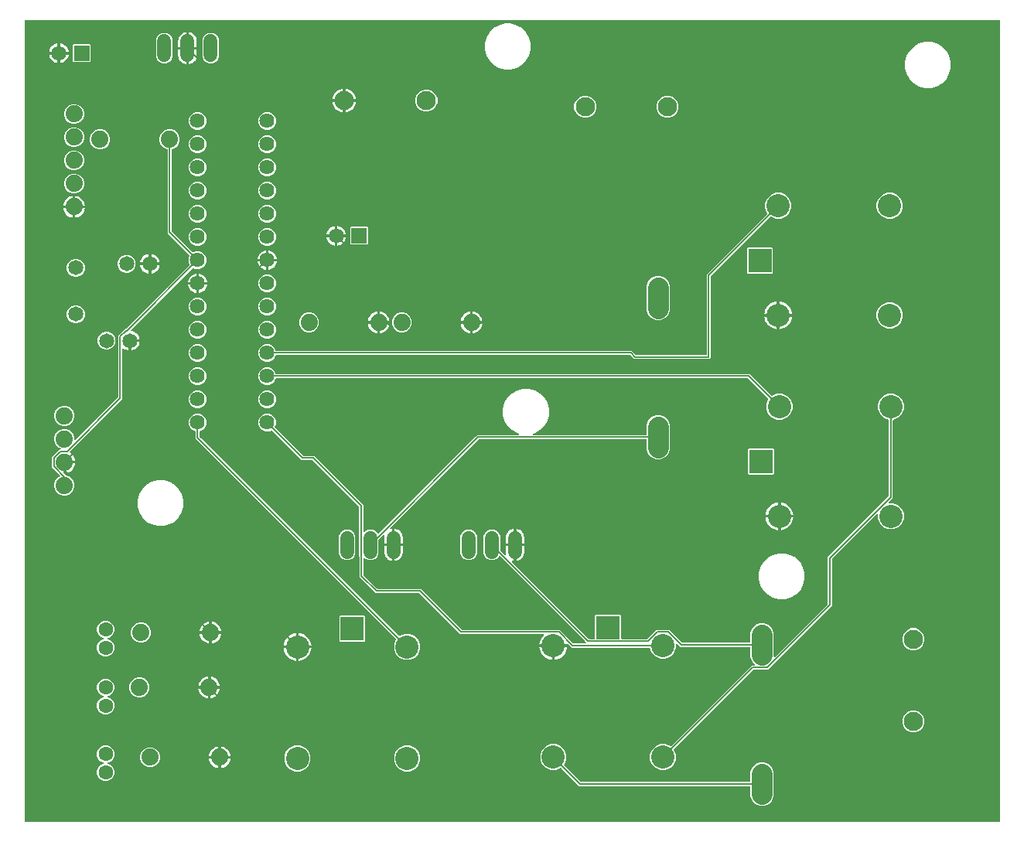
<source format=gbr>
G04 EAGLE Gerber RS-274X export*
G75*
%MOMM*%
%FSLAX34Y34*%
%LPD*%
%INBottom Copper*%
%IPPOS*%
%AMOC8*
5,1,8,0,0,1.08239X$1,22.5*%
G01*
%ADD10C,1.879600*%
%ADD11R,1.651000X1.651000*%
%ADD12C,1.651000*%
%ADD13C,2.247900*%
%ADD14C,1.600000*%
%ADD15C,1.524000*%
%ADD16R,2.540000X2.540000*%
%ADD17C,2.540000*%
%ADD18C,2.100000*%
%ADD19C,1.625600*%
%ADD20C,0.152400*%

G36*
X1058336Y10926D02*
X1058336Y10926D01*
X1058355Y10924D01*
X1058457Y10946D01*
X1058559Y10962D01*
X1058576Y10972D01*
X1058596Y10976D01*
X1058685Y11029D01*
X1058776Y11078D01*
X1058790Y11092D01*
X1058807Y11102D01*
X1058874Y11181D01*
X1058946Y11256D01*
X1058954Y11274D01*
X1058967Y11289D01*
X1059006Y11385D01*
X1059049Y11479D01*
X1059051Y11499D01*
X1059059Y11517D01*
X1059077Y11684D01*
X1059077Y888316D01*
X1059074Y888336D01*
X1059076Y888355D01*
X1059054Y888457D01*
X1059038Y888559D01*
X1059028Y888576D01*
X1059024Y888596D01*
X1058971Y888685D01*
X1058922Y888776D01*
X1058908Y888790D01*
X1058898Y888807D01*
X1058819Y888874D01*
X1058744Y888946D01*
X1058726Y888954D01*
X1058711Y888967D01*
X1058615Y889006D01*
X1058521Y889049D01*
X1058501Y889051D01*
X1058483Y889059D01*
X1058316Y889077D01*
X-8316Y889077D01*
X-8336Y889074D01*
X-8355Y889076D01*
X-8457Y889054D01*
X-8559Y889038D01*
X-8576Y889028D01*
X-8596Y889024D01*
X-8685Y888971D01*
X-8776Y888922D01*
X-8790Y888908D01*
X-8807Y888898D01*
X-8874Y888819D01*
X-8946Y888744D01*
X-8954Y888726D01*
X-8967Y888711D01*
X-9006Y888615D01*
X-9049Y888521D01*
X-9051Y888501D01*
X-9059Y888483D01*
X-9077Y888316D01*
X-9077Y11684D01*
X-9074Y11664D01*
X-9076Y11645D01*
X-9054Y11543D01*
X-9038Y11441D01*
X-9028Y11424D01*
X-9024Y11404D01*
X-8971Y11315D01*
X-8922Y11224D01*
X-8908Y11210D01*
X-8898Y11193D01*
X-8819Y11126D01*
X-8744Y11054D01*
X-8726Y11046D01*
X-8711Y11033D01*
X-8615Y10994D01*
X-8521Y10951D01*
X-8501Y10949D01*
X-8483Y10941D01*
X-8316Y10923D01*
X1058316Y10923D01*
X1058336Y10926D01*
G37*
%LPC*%
G36*
X687021Y67675D02*
X687021Y67675D01*
X681792Y69841D01*
X677791Y73842D01*
X675625Y79071D01*
X675625Y84729D01*
X677791Y89958D01*
X681792Y93959D01*
X687021Y96125D01*
X692679Y96125D01*
X697980Y93929D01*
X698094Y93902D01*
X698208Y93874D01*
X698214Y93874D01*
X698220Y93873D01*
X698337Y93884D01*
X698453Y93893D01*
X698459Y93895D01*
X698465Y93896D01*
X698572Y93944D01*
X698679Y93989D01*
X698685Y93994D01*
X698690Y93996D01*
X698703Y94009D01*
X698760Y94054D01*
X698810Y94094D01*
X787038Y182322D01*
X789850Y182322D01*
X789920Y182333D01*
X789992Y182335D01*
X790041Y182353D01*
X790092Y182361D01*
X790156Y182395D01*
X790223Y182420D01*
X790264Y182452D01*
X790310Y182477D01*
X790359Y182529D01*
X790415Y182573D01*
X790443Y182617D01*
X790479Y182655D01*
X790509Y182720D01*
X790548Y182780D01*
X790561Y182831D01*
X790583Y182878D01*
X790591Y182949D01*
X790608Y183019D01*
X790604Y183071D01*
X790610Y183122D01*
X790595Y183193D01*
X790589Y183264D01*
X790569Y183312D01*
X790558Y183363D01*
X790521Y183424D01*
X790493Y183490D01*
X790448Y183546D01*
X790431Y183574D01*
X790414Y183589D01*
X790388Y183621D01*
X787679Y186330D01*
X785736Y191022D01*
X785736Y201752D01*
X785733Y201772D01*
X785735Y201791D01*
X785713Y201893D01*
X785696Y201995D01*
X785687Y202012D01*
X785682Y202032D01*
X785629Y202121D01*
X785581Y202212D01*
X785567Y202226D01*
X785556Y202243D01*
X785478Y202310D01*
X785403Y202382D01*
X785385Y202390D01*
X785369Y202403D01*
X785273Y202442D01*
X785180Y202485D01*
X785160Y202487D01*
X785141Y202495D01*
X784975Y202513D01*
X709196Y202513D01*
X705374Y206335D01*
X705316Y206377D01*
X705264Y206426D01*
X705217Y206448D01*
X705175Y206479D01*
X705106Y206500D01*
X705041Y206530D01*
X704989Y206536D01*
X704939Y206551D01*
X704868Y206549D01*
X704797Y206557D01*
X704746Y206546D01*
X704694Y206545D01*
X704626Y206520D01*
X704556Y206505D01*
X704511Y206478D01*
X704463Y206460D01*
X704407Y206415D01*
X704345Y206379D01*
X704311Y206339D01*
X704271Y206307D01*
X704232Y206246D01*
X704185Y206192D01*
X704166Y206144D01*
X704138Y206100D01*
X704120Y206030D01*
X704093Y205964D01*
X704085Y205892D01*
X704077Y205861D01*
X704079Y205838D01*
X704075Y205797D01*
X704075Y201071D01*
X701909Y195842D01*
X697908Y191841D01*
X692679Y189675D01*
X687021Y189675D01*
X681792Y191841D01*
X677791Y195842D01*
X675595Y201143D01*
X675534Y201242D01*
X675474Y201343D01*
X675469Y201347D01*
X675465Y201352D01*
X675376Y201427D01*
X675287Y201503D01*
X675281Y201505D01*
X675276Y201509D01*
X675168Y201551D01*
X675059Y201595D01*
X675051Y201596D01*
X675046Y201597D01*
X675028Y201598D01*
X674892Y201613D01*
X590096Y201613D01*
X586390Y205319D01*
X586332Y205361D01*
X586280Y205410D01*
X586233Y205432D01*
X586191Y205463D01*
X586122Y205484D01*
X586057Y205514D01*
X586005Y205520D01*
X585955Y205535D01*
X585884Y205533D01*
X585813Y205541D01*
X585762Y205530D01*
X585710Y205529D01*
X585642Y205504D01*
X585572Y205489D01*
X585527Y205462D01*
X585479Y205444D01*
X585452Y205423D01*
X570612Y205423D01*
X570592Y205420D01*
X570573Y205422D01*
X570471Y205400D01*
X570369Y205383D01*
X570352Y205374D01*
X570332Y205370D01*
X570243Y205317D01*
X570152Y205268D01*
X570138Y205254D01*
X570121Y205244D01*
X570054Y205165D01*
X569983Y205090D01*
X569974Y205072D01*
X569961Y205057D01*
X569923Y204961D01*
X569879Y204867D01*
X569877Y204847D01*
X569869Y204829D01*
X569851Y204662D01*
X569851Y203899D01*
X569849Y203899D01*
X569849Y204662D01*
X569846Y204682D01*
X569848Y204701D01*
X569826Y204803D01*
X569809Y204905D01*
X569800Y204922D01*
X569796Y204942D01*
X569743Y205031D01*
X569694Y205122D01*
X569680Y205136D01*
X569670Y205153D01*
X569591Y205220D01*
X569516Y205291D01*
X569498Y205300D01*
X569483Y205313D01*
X569387Y205352D01*
X569293Y205395D01*
X569273Y205397D01*
X569255Y205405D01*
X569088Y205423D01*
X554661Y205423D01*
X554985Y207469D01*
X555726Y209750D01*
X556815Y211888D01*
X558225Y213829D01*
X559696Y215300D01*
X559738Y215358D01*
X559787Y215410D01*
X559809Y215457D01*
X559840Y215499D01*
X559861Y215568D01*
X559891Y215633D01*
X559897Y215685D01*
X559912Y215735D01*
X559910Y215806D01*
X559918Y215877D01*
X559907Y215928D01*
X559906Y215980D01*
X559881Y216048D01*
X559866Y216118D01*
X559839Y216163D01*
X559821Y216211D01*
X559776Y216267D01*
X559740Y216329D01*
X559700Y216363D01*
X559667Y216403D01*
X559607Y216442D01*
X559553Y216489D01*
X559504Y216508D01*
X559461Y216536D01*
X559391Y216554D01*
X559325Y216581D01*
X559253Y216589D01*
X559222Y216597D01*
X559199Y216595D01*
X559158Y216599D01*
X467838Y216599D01*
X466275Y218162D01*
X423111Y261326D01*
X423037Y261379D01*
X422968Y261438D01*
X422938Y261450D01*
X422911Y261469D01*
X422824Y261496D01*
X422740Y261530D01*
X422699Y261535D01*
X422676Y261542D01*
X422644Y261541D01*
X422573Y261549D01*
X375217Y261549D01*
X357713Y279053D01*
X357713Y301008D01*
X357699Y301098D01*
X357691Y301189D01*
X357679Y301219D01*
X357674Y301251D01*
X357631Y301332D01*
X357595Y301416D01*
X357569Y301448D01*
X357558Y301468D01*
X357535Y301491D01*
X357490Y301547D01*
X357307Y301730D01*
X357307Y356067D01*
X357293Y356157D01*
X357285Y356248D01*
X357273Y356278D01*
X357268Y356310D01*
X357225Y356391D01*
X357189Y356474D01*
X357163Y356507D01*
X357152Y356527D01*
X357129Y356549D01*
X357084Y356605D01*
X306615Y407074D01*
X306542Y407127D01*
X306472Y407187D01*
X306442Y407199D01*
X306416Y407218D01*
X306329Y407245D01*
X306244Y407279D01*
X306203Y407283D01*
X306181Y407290D01*
X306148Y407289D01*
X306077Y407297D01*
X294369Y407297D01*
X292806Y408860D01*
X262061Y439605D01*
X261967Y439673D01*
X261872Y439743D01*
X261866Y439745D01*
X261861Y439749D01*
X261750Y439783D01*
X261638Y439819D01*
X261632Y439819D01*
X261626Y439821D01*
X261509Y439818D01*
X261392Y439817D01*
X261385Y439815D01*
X261380Y439815D01*
X261363Y439808D01*
X261231Y439770D01*
X258520Y438647D01*
X254680Y438647D01*
X251132Y440117D01*
X248417Y442832D01*
X246947Y446380D01*
X246947Y450220D01*
X248417Y453768D01*
X251132Y456483D01*
X254680Y457953D01*
X258520Y457953D01*
X262068Y456483D01*
X264783Y453768D01*
X266253Y450220D01*
X266253Y446380D01*
X265130Y443669D01*
X265103Y443555D01*
X265074Y443442D01*
X265075Y443435D01*
X265074Y443429D01*
X265085Y443313D01*
X265094Y443196D01*
X265096Y443191D01*
X265097Y443184D01*
X265144Y443077D01*
X265190Y442970D01*
X265195Y442964D01*
X265197Y442960D01*
X265209Y442946D01*
X265295Y442839D01*
X296040Y412094D01*
X296114Y412041D01*
X296184Y411981D01*
X296214Y411969D01*
X296240Y411950D01*
X296327Y411923D01*
X296412Y411889D01*
X296453Y411885D01*
X296475Y411878D01*
X296507Y411879D01*
X296578Y411871D01*
X308287Y411871D01*
X361881Y358277D01*
X361881Y329171D01*
X361892Y329100D01*
X361894Y329029D01*
X361912Y328980D01*
X361920Y328928D01*
X361954Y328865D01*
X361979Y328798D01*
X362011Y328757D01*
X362036Y328711D01*
X362088Y328662D01*
X362132Y328606D01*
X362176Y328577D01*
X362214Y328542D01*
X362279Y328511D01*
X362339Y328473D01*
X362390Y328460D01*
X362437Y328438D01*
X362508Y328430D01*
X362578Y328413D01*
X362630Y328417D01*
X362681Y328411D01*
X362752Y328426D01*
X362823Y328432D01*
X362871Y328452D01*
X362922Y328463D01*
X362983Y328500D01*
X363049Y328528D01*
X363105Y328573D01*
X363133Y328589D01*
X363148Y328607D01*
X363180Y328633D01*
X364320Y329773D01*
X367681Y331165D01*
X371319Y331165D01*
X374680Y329773D01*
X377253Y327200D01*
X377348Y326970D01*
X377372Y326931D01*
X377388Y326888D01*
X377436Y326827D01*
X377477Y326761D01*
X377513Y326732D01*
X377541Y326696D01*
X377607Y326654D01*
X377667Y326604D01*
X377710Y326588D01*
X377748Y326563D01*
X377824Y326544D01*
X377896Y326516D01*
X377942Y326514D01*
X377987Y326503D01*
X378064Y326509D01*
X378142Y326506D01*
X378186Y326519D01*
X378232Y326522D01*
X378304Y326553D01*
X378378Y326574D01*
X378416Y326600D01*
X378458Y326618D01*
X378565Y326704D01*
X378580Y326715D01*
X378583Y326719D01*
X378589Y326723D01*
X484890Y433024D01*
X486453Y434587D01*
X531848Y434587D01*
X531872Y434591D01*
X531896Y434588D01*
X531993Y434610D01*
X532091Y434626D01*
X532112Y434638D01*
X532135Y434643D01*
X532220Y434695D01*
X532308Y434742D01*
X532324Y434759D01*
X532345Y434772D01*
X532409Y434848D01*
X532477Y434920D01*
X532487Y434942D01*
X532503Y434960D01*
X532539Y435053D01*
X532581Y435143D01*
X532584Y435167D01*
X532592Y435189D01*
X532597Y435289D01*
X532608Y435387D01*
X532603Y435411D01*
X532604Y435435D01*
X532577Y435531D01*
X532556Y435628D01*
X532543Y435648D01*
X532537Y435672D01*
X532481Y435754D01*
X532430Y435839D01*
X532411Y435855D01*
X532398Y435874D01*
X532318Y435934D01*
X532243Y435999D01*
X532220Y436008D01*
X532201Y436022D01*
X532045Y436083D01*
X530288Y436554D01*
X524551Y439866D01*
X519866Y444551D01*
X516554Y450288D01*
X514839Y456688D01*
X514839Y463312D01*
X516554Y469712D01*
X519866Y475449D01*
X524551Y480134D01*
X530288Y483446D01*
X536688Y485161D01*
X543312Y485161D01*
X549712Y483446D01*
X555449Y480134D01*
X560134Y475449D01*
X563446Y469712D01*
X565161Y463312D01*
X565161Y456688D01*
X563446Y450288D01*
X560134Y444551D01*
X555449Y439866D01*
X549712Y436554D01*
X547955Y436083D01*
X547933Y436073D01*
X547909Y436069D01*
X547822Y436023D01*
X547731Y435982D01*
X547713Y435966D01*
X547692Y435954D01*
X547624Y435883D01*
X547551Y435815D01*
X547539Y435794D01*
X547523Y435776D01*
X547481Y435686D01*
X547433Y435599D01*
X547429Y435575D01*
X547419Y435553D01*
X547408Y435454D01*
X547391Y435356D01*
X547395Y435332D01*
X547392Y435309D01*
X547413Y435212D01*
X547428Y435113D01*
X547439Y435092D01*
X547444Y435068D01*
X547495Y434983D01*
X547541Y434894D01*
X547558Y434878D01*
X547570Y434857D01*
X547646Y434792D01*
X547717Y434723D01*
X547739Y434713D01*
X547757Y434697D01*
X547850Y434660D01*
X547939Y434617D01*
X547963Y434614D01*
X547985Y434605D01*
X548152Y434587D01*
X671175Y434587D01*
X671194Y434590D01*
X671214Y434588D01*
X671315Y434610D01*
X671417Y434626D01*
X671435Y434636D01*
X671454Y434640D01*
X671543Y434693D01*
X671635Y434742D01*
X671648Y434756D01*
X671665Y434766D01*
X671733Y434845D01*
X671804Y434920D01*
X671812Y434938D01*
X671825Y434953D01*
X671864Y435049D01*
X671908Y435143D01*
X671910Y435163D01*
X671917Y435181D01*
X671936Y435348D01*
X671936Y446078D01*
X673879Y450770D01*
X677470Y454360D01*
X682161Y456304D01*
X687239Y456304D01*
X691930Y454360D01*
X695521Y450770D01*
X697464Y446078D01*
X697464Y418522D01*
X695521Y413830D01*
X691930Y410240D01*
X687239Y408296D01*
X682161Y408296D01*
X677470Y410240D01*
X673879Y413830D01*
X671936Y418522D01*
X671936Y429252D01*
X671933Y429272D01*
X671935Y429291D01*
X671913Y429393D01*
X671896Y429495D01*
X671887Y429512D01*
X671882Y429532D01*
X671829Y429621D01*
X671781Y429712D01*
X671767Y429726D01*
X671756Y429743D01*
X671678Y429810D01*
X671603Y429882D01*
X671585Y429890D01*
X671569Y429903D01*
X671473Y429942D01*
X671380Y429985D01*
X671360Y429987D01*
X671341Y429995D01*
X671175Y430013D01*
X488663Y430013D01*
X488572Y429999D01*
X488482Y429991D01*
X488452Y429979D01*
X488420Y429974D01*
X488339Y429931D01*
X488255Y429895D01*
X488223Y429869D01*
X488202Y429858D01*
X488180Y429835D01*
X488124Y429790D01*
X391421Y333087D01*
X391381Y333032D01*
X391334Y332983D01*
X391310Y332932D01*
X391277Y332887D01*
X391257Y332822D01*
X391228Y332761D01*
X391221Y332705D01*
X391205Y332652D01*
X391206Y332584D01*
X391198Y332517D01*
X391210Y332462D01*
X391211Y332406D01*
X391234Y332342D01*
X391248Y332276D01*
X391276Y332228D01*
X391296Y332175D01*
X391338Y332122D01*
X391372Y332064D01*
X391414Y332027D01*
X391449Y331983D01*
X391506Y331946D01*
X391557Y331902D01*
X391609Y331880D01*
X391656Y331850D01*
X391722Y331833D01*
X391784Y331807D01*
X391840Y331804D01*
X391895Y331790D01*
X391962Y331795D01*
X392030Y331790D01*
X392107Y331806D01*
X392140Y331809D01*
X392159Y331817D01*
X392194Y331824D01*
X392521Y331931D01*
X393377Y332066D01*
X393377Y315923D01*
X384739Y315923D01*
X384739Y322820D01*
X384989Y324399D01*
X385096Y324726D01*
X385106Y324793D01*
X385126Y324858D01*
X385124Y324914D01*
X385133Y324969D01*
X385121Y325036D01*
X385119Y325104D01*
X385100Y325156D01*
X385091Y325211D01*
X385058Y325271D01*
X385035Y325335D01*
X385000Y325378D01*
X384973Y325427D01*
X384924Y325474D01*
X384881Y325527D01*
X384834Y325557D01*
X384793Y325595D01*
X384731Y325623D01*
X384674Y325660D01*
X384620Y325673D01*
X384569Y325696D01*
X384501Y325703D01*
X384436Y325720D01*
X384380Y325715D01*
X384324Y325721D01*
X384258Y325706D01*
X384191Y325701D01*
X384139Y325679D01*
X384084Y325666D01*
X384027Y325631D01*
X383964Y325604D01*
X383903Y325555D01*
X383875Y325538D01*
X383861Y325522D01*
X383833Y325499D01*
X378868Y320534D01*
X378815Y320460D01*
X378802Y320446D01*
X378776Y320418D01*
X378773Y320412D01*
X378755Y320390D01*
X378743Y320360D01*
X378724Y320334D01*
X378698Y320250D01*
X378673Y320195D01*
X378671Y320183D01*
X378663Y320162D01*
X378659Y320121D01*
X378652Y320099D01*
X378653Y320067D01*
X378645Y319995D01*
X378645Y304961D01*
X377253Y301600D01*
X374680Y299027D01*
X371319Y297635D01*
X367681Y297635D01*
X364320Y299027D01*
X363586Y299761D01*
X363528Y299803D01*
X363476Y299852D01*
X363429Y299874D01*
X363387Y299905D01*
X363318Y299926D01*
X363253Y299956D01*
X363201Y299962D01*
X363151Y299977D01*
X363080Y299975D01*
X363009Y299983D01*
X362958Y299972D01*
X362906Y299971D01*
X362838Y299946D01*
X362768Y299931D01*
X362723Y299904D01*
X362675Y299886D01*
X362619Y299841D01*
X362557Y299805D01*
X362523Y299765D01*
X362483Y299733D01*
X362444Y299672D01*
X362397Y299618D01*
X362378Y299569D01*
X362350Y299526D01*
X362332Y299456D01*
X362305Y299390D01*
X362297Y299318D01*
X362289Y299287D01*
X362291Y299264D01*
X362287Y299223D01*
X362287Y281263D01*
X362301Y281172D01*
X362309Y281082D01*
X362321Y281052D01*
X362326Y281020D01*
X362369Y280939D01*
X362405Y280855D01*
X362431Y280823D01*
X362442Y280802D01*
X362465Y280780D01*
X362510Y280724D01*
X376889Y266345D01*
X376963Y266292D01*
X377032Y266233D01*
X377062Y266220D01*
X377089Y266202D01*
X377176Y266175D01*
X377260Y266141D01*
X377301Y266136D01*
X377324Y266129D01*
X377356Y266130D01*
X377427Y266122D01*
X424783Y266122D01*
X426345Y264560D01*
X469509Y221396D01*
X469583Y221343D01*
X469652Y221283D01*
X469683Y221271D01*
X469709Y221252D01*
X469796Y221225D01*
X469881Y221191D01*
X469921Y221187D01*
X469944Y221180D01*
X469976Y221181D01*
X470047Y221173D01*
X577005Y221173D01*
X578567Y219610D01*
X591768Y206410D01*
X591842Y206357D01*
X591911Y206297D01*
X591941Y206285D01*
X591967Y206266D01*
X592054Y206239D01*
X592139Y206205D01*
X592180Y206201D01*
X592202Y206194D01*
X592235Y206195D01*
X592306Y206187D01*
X605642Y206187D01*
X605712Y206198D01*
X605784Y206200D01*
X605833Y206218D01*
X605884Y206226D01*
X605948Y206260D01*
X606015Y206285D01*
X606056Y206317D01*
X606102Y206342D01*
X606151Y206394D01*
X606207Y206438D01*
X606235Y206482D01*
X606271Y206520D01*
X606301Y206585D01*
X606340Y206645D01*
X606353Y206696D01*
X606375Y206743D01*
X606383Y206814D01*
X606400Y206884D01*
X606396Y206936D01*
X606402Y206987D01*
X606387Y207058D01*
X606381Y207129D01*
X606361Y207177D01*
X606350Y207228D01*
X606313Y207289D01*
X606285Y207355D01*
X606240Y207411D01*
X606223Y207439D01*
X606206Y207454D01*
X606180Y207486D01*
X605476Y208190D01*
X511589Y302077D01*
X511552Y302104D01*
X511521Y302137D01*
X511453Y302175D01*
X511390Y302220D01*
X511346Y302234D01*
X511305Y302256D01*
X511229Y302270D01*
X511155Y302293D01*
X511109Y302291D01*
X511063Y302300D01*
X510986Y302288D01*
X510909Y302286D01*
X510865Y302271D01*
X510820Y302264D01*
X510751Y302229D01*
X510678Y302202D01*
X510642Y302173D01*
X510601Y302152D01*
X510546Y302097D01*
X510486Y302048D01*
X510461Y302009D01*
X510429Y301977D01*
X510363Y301857D01*
X510353Y301841D01*
X510351Y301836D01*
X510348Y301830D01*
X510253Y301600D01*
X507680Y299027D01*
X504319Y297635D01*
X500681Y297635D01*
X497320Y299027D01*
X494747Y301600D01*
X493355Y304961D01*
X493355Y323839D01*
X494747Y327200D01*
X497320Y329773D01*
X500681Y331165D01*
X504319Y331165D01*
X507680Y329773D01*
X510253Y327200D01*
X511645Y323839D01*
X511645Y308805D01*
X511659Y308714D01*
X511667Y308624D01*
X511679Y308594D01*
X511684Y308562D01*
X511727Y308481D01*
X511763Y308397D01*
X511789Y308365D01*
X511800Y308344D01*
X511823Y308322D01*
X511868Y308266D01*
X516833Y303301D01*
X516888Y303261D01*
X516937Y303214D01*
X516988Y303190D01*
X517033Y303157D01*
X517098Y303137D01*
X517159Y303108D01*
X517215Y303101D01*
X517268Y303085D01*
X517336Y303086D01*
X517403Y303078D01*
X517458Y303090D01*
X517514Y303091D01*
X517578Y303114D01*
X517644Y303128D01*
X517692Y303156D01*
X517745Y303176D01*
X517798Y303218D01*
X517856Y303252D01*
X517893Y303294D01*
X517937Y303329D01*
X517974Y303386D01*
X518018Y303437D01*
X518040Y303489D01*
X518070Y303536D01*
X518087Y303602D01*
X518113Y303664D01*
X518116Y303720D01*
X518130Y303775D01*
X518125Y303842D01*
X518130Y303910D01*
X518114Y303987D01*
X518111Y304020D01*
X518103Y304039D01*
X518096Y304074D01*
X517989Y304401D01*
X517739Y305980D01*
X517739Y312877D01*
X526377Y312877D01*
X526377Y296734D01*
X525521Y296869D01*
X525194Y296976D01*
X525127Y296986D01*
X525062Y297006D01*
X525006Y297004D01*
X524951Y297013D01*
X524884Y297001D01*
X524816Y296999D01*
X524764Y296980D01*
X524709Y296971D01*
X524649Y296938D01*
X524585Y296915D01*
X524542Y296880D01*
X524493Y296853D01*
X524446Y296804D01*
X524393Y296761D01*
X524363Y296714D01*
X524325Y296673D01*
X524297Y296611D01*
X524260Y296554D01*
X524247Y296500D01*
X524224Y296449D01*
X524217Y296381D01*
X524200Y296316D01*
X524205Y296260D01*
X524199Y296204D01*
X524214Y296138D01*
X524219Y296071D01*
X524241Y296019D01*
X524254Y295964D01*
X524289Y295907D01*
X524316Y295844D01*
X524365Y295783D01*
X524382Y295755D01*
X524398Y295741D01*
X524421Y295713D01*
X608710Y211424D01*
X608784Y211371D01*
X608854Y211311D01*
X608884Y211299D01*
X608910Y211280D01*
X608997Y211253D01*
X609082Y211219D01*
X609123Y211215D01*
X609145Y211208D01*
X609177Y211209D01*
X609249Y211201D01*
X614864Y211201D01*
X614884Y211204D01*
X614903Y211202D01*
X615005Y211224D01*
X615107Y211240D01*
X615124Y211250D01*
X615144Y211254D01*
X615233Y211307D01*
X615324Y211356D01*
X615338Y211370D01*
X615355Y211380D01*
X615422Y211459D01*
X615494Y211534D01*
X615502Y211552D01*
X615515Y211567D01*
X615554Y211663D01*
X615597Y211757D01*
X615599Y211777D01*
X615607Y211795D01*
X615625Y211962D01*
X615625Y237232D01*
X616518Y238125D01*
X643182Y238125D01*
X644075Y237232D01*
X644075Y211962D01*
X644078Y211942D01*
X644076Y211923D01*
X644098Y211821D01*
X644114Y211719D01*
X644124Y211702D01*
X644128Y211682D01*
X644181Y211593D01*
X644230Y211502D01*
X644244Y211488D01*
X644254Y211471D01*
X644333Y211404D01*
X644408Y211332D01*
X644426Y211324D01*
X644441Y211311D01*
X644537Y211272D01*
X644631Y211229D01*
X644651Y211227D01*
X644669Y211219D01*
X644836Y211201D01*
X672408Y211201D01*
X672498Y211215D01*
X672589Y211223D01*
X672619Y211235D01*
X672651Y211240D01*
X672731Y211283D01*
X672815Y211319D01*
X672847Y211345D01*
X672868Y211356D01*
X672890Y211379D01*
X672946Y211424D01*
X682695Y221173D01*
X697005Y221173D01*
X710868Y207310D01*
X710942Y207257D01*
X711011Y207197D01*
X711041Y207185D01*
X711067Y207166D01*
X711154Y207139D01*
X711239Y207105D01*
X711280Y207101D01*
X711302Y207094D01*
X711335Y207095D01*
X711406Y207087D01*
X784975Y207087D01*
X784994Y207090D01*
X785014Y207088D01*
X785115Y207110D01*
X785217Y207126D01*
X785235Y207136D01*
X785254Y207140D01*
X785343Y207193D01*
X785435Y207242D01*
X785448Y207256D01*
X785465Y207266D01*
X785533Y207345D01*
X785604Y207420D01*
X785612Y207438D01*
X785625Y207453D01*
X785664Y207549D01*
X785708Y207643D01*
X785710Y207663D01*
X785717Y207681D01*
X785736Y207848D01*
X785736Y218578D01*
X787679Y223270D01*
X791270Y226860D01*
X795961Y228804D01*
X801039Y228804D01*
X805730Y226860D01*
X809321Y223270D01*
X811264Y218578D01*
X811264Y192268D01*
X811276Y192198D01*
X811278Y192126D01*
X811296Y192077D01*
X811304Y192026D01*
X811338Y191962D01*
X811362Y191895D01*
X811395Y191854D01*
X811419Y191808D01*
X811471Y191759D01*
X811516Y191703D01*
X811560Y191675D01*
X811597Y191639D01*
X811662Y191609D01*
X811723Y191570D01*
X811773Y191557D01*
X811820Y191535D01*
X811892Y191527D01*
X811961Y191510D01*
X812013Y191514D01*
X812065Y191508D01*
X812135Y191523D01*
X812206Y191529D01*
X812254Y191549D01*
X812305Y191560D01*
X812367Y191597D01*
X812433Y191625D01*
X812489Y191670D01*
X812516Y191687D01*
X812532Y191704D01*
X812564Y191730D01*
X870033Y249200D01*
X870086Y249274D01*
X870146Y249343D01*
X870158Y249373D01*
X870177Y249399D01*
X870204Y249486D01*
X870238Y249571D01*
X870242Y249612D01*
X870249Y249635D01*
X870248Y249667D01*
X870256Y249738D01*
X870256Y301034D01*
X936890Y367668D01*
X936943Y367742D01*
X937003Y367811D01*
X937015Y367841D01*
X937034Y367867D01*
X937061Y367954D01*
X937095Y368039D01*
X937099Y368080D01*
X937106Y368102D01*
X937105Y368135D01*
X937113Y368206D01*
X937113Y450792D01*
X937094Y450907D01*
X937077Y451023D01*
X937075Y451028D01*
X937074Y451035D01*
X937019Y451137D01*
X936966Y451242D01*
X936961Y451246D01*
X936958Y451252D01*
X936874Y451332D01*
X936790Y451414D01*
X936784Y451418D01*
X936780Y451421D01*
X936763Y451429D01*
X936643Y451495D01*
X931342Y453691D01*
X927341Y457692D01*
X925175Y462921D01*
X925175Y468579D01*
X927341Y473808D01*
X931342Y477809D01*
X936571Y479975D01*
X942229Y479975D01*
X947458Y477809D01*
X951459Y473808D01*
X953625Y468579D01*
X953625Y462921D01*
X951459Y457692D01*
X947458Y453691D01*
X942157Y451495D01*
X942057Y451434D01*
X941957Y451374D01*
X941953Y451369D01*
X941948Y451365D01*
X941873Y451276D01*
X941797Y451187D01*
X941795Y451181D01*
X941791Y451176D01*
X941749Y451068D01*
X941705Y450959D01*
X941704Y450951D01*
X941703Y450946D01*
X941702Y450928D01*
X941687Y450792D01*
X941687Y365996D01*
X936965Y361274D01*
X936923Y361216D01*
X936874Y361164D01*
X936852Y361117D01*
X936821Y361075D01*
X936800Y361006D01*
X936770Y360941D01*
X936764Y360889D01*
X936749Y360839D01*
X936751Y360768D01*
X936743Y360697D01*
X936754Y360646D01*
X936755Y360594D01*
X936780Y360526D01*
X936795Y360456D01*
X936822Y360411D01*
X936840Y360363D01*
X936885Y360307D01*
X936921Y360245D01*
X936961Y360211D01*
X936993Y360171D01*
X937054Y360132D01*
X937108Y360085D01*
X937156Y360066D01*
X937200Y360038D01*
X937270Y360020D01*
X937336Y359993D01*
X937408Y359985D01*
X937439Y359977D01*
X937462Y359979D01*
X937503Y359975D01*
X942229Y359975D01*
X947458Y357809D01*
X951459Y353808D01*
X953625Y348579D01*
X953625Y342921D01*
X951459Y337692D01*
X947458Y333691D01*
X942229Y331525D01*
X936571Y331525D01*
X931342Y333691D01*
X927341Y337692D01*
X925175Y342921D01*
X925175Y347647D01*
X925164Y347718D01*
X925162Y347789D01*
X925144Y347838D01*
X925136Y347890D01*
X925102Y347953D01*
X925077Y348020D01*
X925045Y348061D01*
X925020Y348107D01*
X924968Y348156D01*
X924924Y348212D01*
X924880Y348241D01*
X924842Y348276D01*
X924777Y348307D01*
X924717Y348345D01*
X924666Y348358D01*
X924619Y348380D01*
X924548Y348388D01*
X924478Y348406D01*
X924426Y348401D01*
X924375Y348407D01*
X924304Y348392D01*
X924233Y348386D01*
X924185Y348366D01*
X924134Y348355D01*
X924073Y348318D01*
X924007Y348290D01*
X923951Y348245D01*
X923923Y348229D01*
X923908Y348211D01*
X923876Y348185D01*
X875053Y299362D01*
X875000Y299288D01*
X874940Y299219D01*
X874928Y299189D01*
X874909Y299162D01*
X874882Y299076D01*
X874848Y298991D01*
X874844Y298950D01*
X874837Y298927D01*
X874838Y298895D01*
X874830Y298824D01*
X874830Y247528D01*
X805050Y177748D01*
X789248Y177748D01*
X789157Y177734D01*
X789067Y177726D01*
X789037Y177714D01*
X789005Y177709D01*
X788924Y177666D01*
X788840Y177630D01*
X788808Y177604D01*
X788787Y177593D01*
X788765Y177570D01*
X788709Y177525D01*
X702044Y90860D01*
X701976Y90766D01*
X701906Y90671D01*
X701904Y90665D01*
X701900Y90660D01*
X701866Y90550D01*
X701830Y90438D01*
X701830Y90431D01*
X701828Y90425D01*
X701831Y90308D01*
X701832Y90192D01*
X701834Y90184D01*
X701834Y90179D01*
X701841Y90162D01*
X701879Y90030D01*
X704075Y84729D01*
X704075Y79071D01*
X701909Y73842D01*
X697908Y69841D01*
X692679Y67675D01*
X687021Y67675D01*
G37*
%LPD*%
%LPC*%
G36*
X254680Y514847D02*
X254680Y514847D01*
X251132Y516317D01*
X248417Y519032D01*
X246947Y522580D01*
X246947Y526420D01*
X248417Y529968D01*
X251132Y532683D01*
X254680Y534153D01*
X258520Y534153D01*
X262068Y532683D01*
X264783Y529968D01*
X265906Y527257D01*
X265968Y527157D01*
X266028Y527057D01*
X266032Y527053D01*
X266036Y527048D01*
X266126Y526973D01*
X266215Y526897D01*
X266220Y526895D01*
X266225Y526891D01*
X266334Y526849D01*
X266443Y526805D01*
X266450Y526804D01*
X266455Y526803D01*
X266473Y526802D01*
X266609Y526787D01*
X655797Y526787D01*
X660074Y522510D01*
X660148Y522457D01*
X660218Y522397D01*
X660248Y522385D01*
X660274Y522366D01*
X660361Y522339D01*
X660446Y522305D01*
X660487Y522301D01*
X660509Y522294D01*
X660541Y522295D01*
X660613Y522287D01*
X736952Y522287D01*
X736972Y522290D01*
X736991Y522288D01*
X737093Y522310D01*
X737195Y522326D01*
X737212Y522336D01*
X737232Y522340D01*
X737321Y522393D01*
X737412Y522442D01*
X737426Y522456D01*
X737443Y522466D01*
X737510Y522545D01*
X737582Y522620D01*
X737590Y522638D01*
X737603Y522653D01*
X737642Y522749D01*
X737685Y522843D01*
X737687Y522863D01*
X737695Y522881D01*
X737713Y523048D01*
X737713Y610597D01*
X803906Y676790D01*
X803974Y676884D01*
X804044Y676979D01*
X804046Y676985D01*
X804050Y676990D01*
X804084Y677100D01*
X804120Y677212D01*
X804120Y677219D01*
X804122Y677225D01*
X804119Y677340D01*
X804118Y677458D01*
X804116Y677466D01*
X804116Y677471D01*
X804109Y677488D01*
X804071Y677620D01*
X801875Y682921D01*
X801875Y688579D01*
X804041Y693808D01*
X808042Y697809D01*
X813271Y699975D01*
X818929Y699975D01*
X824158Y697809D01*
X828159Y693808D01*
X830325Y688579D01*
X830325Y682921D01*
X828159Y677692D01*
X824158Y673691D01*
X818929Y671525D01*
X813271Y671525D01*
X807970Y673721D01*
X807856Y673748D01*
X807742Y673776D01*
X807736Y673776D01*
X807730Y673777D01*
X807613Y673766D01*
X807497Y673757D01*
X807491Y673755D01*
X807485Y673754D01*
X807378Y673706D01*
X807271Y673661D01*
X807265Y673656D01*
X807260Y673654D01*
X807247Y673641D01*
X807140Y673556D01*
X742510Y608926D01*
X742457Y608852D01*
X742397Y608782D01*
X742385Y608752D01*
X742366Y608726D01*
X742339Y608639D01*
X742305Y608554D01*
X742301Y608513D01*
X742294Y608491D01*
X742295Y608459D01*
X742287Y608387D01*
X742287Y519053D01*
X740947Y517713D01*
X658403Y517713D01*
X654126Y521990D01*
X654052Y522043D01*
X653982Y522103D01*
X653952Y522115D01*
X653926Y522134D01*
X653839Y522161D01*
X653754Y522195D01*
X653713Y522199D01*
X653691Y522206D01*
X653659Y522205D01*
X653587Y522213D01*
X266609Y522213D01*
X266495Y522194D01*
X266379Y522177D01*
X266373Y522175D01*
X266367Y522174D01*
X266264Y522119D01*
X266159Y522066D01*
X266155Y522061D01*
X266149Y522058D01*
X266070Y521974D01*
X265987Y521890D01*
X265983Y521884D01*
X265980Y521880D01*
X265972Y521863D01*
X265906Y521743D01*
X264783Y519032D01*
X262068Y516317D01*
X258520Y514847D01*
X254680Y514847D01*
G37*
%LPD*%
%LPC*%
G36*
X32627Y368677D02*
X32627Y368677D01*
X28613Y370340D01*
X25540Y373413D01*
X23877Y377427D01*
X23877Y381773D01*
X25540Y385787D01*
X28613Y388860D01*
X29377Y389177D01*
X29416Y389201D01*
X29459Y389216D01*
X29520Y389265D01*
X29586Y389306D01*
X29616Y389342D01*
X29651Y389370D01*
X29694Y389436D01*
X29743Y389496D01*
X29760Y389538D01*
X29784Y389577D01*
X29804Y389653D01*
X29831Y389725D01*
X29833Y389771D01*
X29845Y389816D01*
X29839Y389893D01*
X29842Y389971D01*
X29829Y390015D01*
X29825Y390061D01*
X29795Y390132D01*
X29773Y390207D01*
X29747Y390245D01*
X29729Y390287D01*
X29644Y390394D01*
X29633Y390409D01*
X29629Y390412D01*
X29624Y390418D01*
X20829Y399213D01*
X20829Y410787D01*
X29013Y418971D01*
X30023Y418971D01*
X30119Y418986D01*
X30216Y418996D01*
X30240Y419006D01*
X30266Y419010D01*
X30352Y419056D01*
X30441Y419096D01*
X30460Y419113D01*
X30483Y419126D01*
X30550Y419196D01*
X30622Y419262D01*
X30635Y419285D01*
X30653Y419304D01*
X30694Y419392D01*
X30741Y419478D01*
X30745Y419503D01*
X30756Y419527D01*
X30767Y419624D01*
X30784Y419720D01*
X30781Y419746D01*
X30783Y419771D01*
X30763Y419867D01*
X30749Y419963D01*
X30737Y419986D01*
X30731Y420012D01*
X30681Y420095D01*
X30637Y420182D01*
X30618Y420201D01*
X30605Y420223D01*
X30531Y420286D01*
X30461Y420354D01*
X30433Y420370D01*
X30418Y420383D01*
X30387Y420395D01*
X30315Y420435D01*
X28613Y421140D01*
X25540Y424213D01*
X23877Y428227D01*
X23877Y432573D01*
X25540Y436587D01*
X28613Y439660D01*
X32627Y441323D01*
X36973Y441323D01*
X40987Y439660D01*
X44060Y436587D01*
X45723Y432573D01*
X45723Y429871D01*
X45734Y429800D01*
X45736Y429728D01*
X45754Y429679D01*
X45762Y429628D01*
X45796Y429565D01*
X45821Y429497D01*
X45853Y429457D01*
X45878Y429411D01*
X45930Y429361D01*
X45974Y429305D01*
X46018Y429277D01*
X46056Y429241D01*
X46121Y429211D01*
X46181Y429172D01*
X46232Y429160D01*
X46279Y429138D01*
X46350Y429130D01*
X46420Y429112D01*
X46472Y429116D01*
X46523Y429111D01*
X46594Y429126D01*
X46665Y429131D01*
X46713Y429152D01*
X46764Y429163D01*
X46825Y429200D01*
X46891Y429228D01*
X46947Y429272D01*
X46975Y429289D01*
X46990Y429307D01*
X47022Y429332D01*
X93249Y475560D01*
X93302Y475633D01*
X93362Y475703D01*
X93374Y475733D01*
X93393Y475759D01*
X93420Y475846D01*
X93454Y475931D01*
X93458Y475972D01*
X93465Y475994D01*
X93464Y476027D01*
X93472Y476098D01*
X93472Y543213D01*
X100987Y550728D01*
X101478Y550728D01*
X101569Y550742D01*
X101659Y550750D01*
X101689Y550762D01*
X101721Y550767D01*
X101802Y550810D01*
X101886Y550846D01*
X101918Y550872D01*
X101939Y550883D01*
X101961Y550906D01*
X102017Y550951D01*
X171705Y620639D01*
X171773Y620733D01*
X171843Y620828D01*
X171845Y620834D01*
X171849Y620839D01*
X171883Y620950D01*
X171919Y621062D01*
X171919Y621068D01*
X171921Y621074D01*
X171918Y621190D01*
X171917Y621308D01*
X171915Y621315D01*
X171915Y621320D01*
X171908Y621337D01*
X171870Y621469D01*
X170747Y624180D01*
X170747Y628020D01*
X171870Y630731D01*
X171897Y630845D01*
X171926Y630958D01*
X171925Y630965D01*
X171926Y630971D01*
X171915Y631087D01*
X171906Y631204D01*
X171904Y631209D01*
X171903Y631216D01*
X171856Y631323D01*
X171810Y631430D01*
X171805Y631436D01*
X171803Y631440D01*
X171791Y631454D01*
X171705Y631561D01*
X147613Y655653D01*
X147613Y746916D01*
X147594Y747031D01*
X147577Y747147D01*
X147575Y747152D01*
X147574Y747159D01*
X147519Y747261D01*
X147466Y747366D01*
X147461Y747370D01*
X147458Y747376D01*
X147374Y747456D01*
X147290Y747538D01*
X147284Y747542D01*
X147280Y747545D01*
X147263Y747553D01*
X147143Y747619D01*
X143713Y749040D01*
X140640Y752113D01*
X138977Y756127D01*
X138977Y760473D01*
X140640Y764487D01*
X143713Y767560D01*
X147727Y769223D01*
X152073Y769223D01*
X156087Y767560D01*
X159160Y764487D01*
X160823Y760473D01*
X160823Y756127D01*
X159160Y752113D01*
X156087Y749040D01*
X152657Y747619D01*
X152557Y747558D01*
X152457Y747498D01*
X152453Y747493D01*
X152448Y747490D01*
X152373Y747400D01*
X152297Y747311D01*
X152295Y747305D01*
X152291Y747300D01*
X152249Y747192D01*
X152205Y747083D01*
X152204Y747075D01*
X152203Y747070D01*
X152202Y747052D01*
X152187Y746916D01*
X152187Y657863D01*
X152201Y657772D01*
X152209Y657682D01*
X152221Y657652D01*
X152226Y657620D01*
X152269Y657539D01*
X152305Y657455D01*
X152331Y657423D01*
X152342Y657402D01*
X152365Y657380D01*
X152410Y657324D01*
X174939Y634795D01*
X175033Y634727D01*
X175128Y634657D01*
X175134Y634655D01*
X175139Y634651D01*
X175250Y634617D01*
X175362Y634581D01*
X175368Y634581D01*
X175374Y634579D01*
X175491Y634582D01*
X175608Y634583D01*
X175615Y634585D01*
X175620Y634585D01*
X175637Y634592D01*
X175769Y634630D01*
X178480Y635753D01*
X182320Y635753D01*
X185868Y634283D01*
X188583Y631568D01*
X190053Y628020D01*
X190053Y624180D01*
X188583Y620632D01*
X185868Y617917D01*
X182320Y616447D01*
X178480Y616447D01*
X175769Y617570D01*
X175655Y617597D01*
X175542Y617626D01*
X175535Y617625D01*
X175529Y617626D01*
X175413Y617615D01*
X175296Y617606D01*
X175291Y617604D01*
X175284Y617603D01*
X175177Y617556D01*
X175070Y617510D01*
X175064Y617505D01*
X175060Y617503D01*
X175046Y617491D01*
X174939Y617405D01*
X107412Y549878D01*
X107405Y549868D01*
X107395Y549861D01*
X107333Y549768D01*
X107268Y549678D01*
X107265Y549667D01*
X107258Y549657D01*
X107229Y549549D01*
X107196Y549443D01*
X107196Y549431D01*
X107193Y549420D01*
X107199Y549309D01*
X107202Y549197D01*
X107206Y549186D01*
X107207Y549174D01*
X107249Y549071D01*
X107287Y548966D01*
X107294Y548957D01*
X107299Y548946D01*
X107371Y548861D01*
X107441Y548774D01*
X107451Y548768D01*
X107458Y548759D01*
X107554Y548701D01*
X107647Y548641D01*
X107659Y548638D01*
X107669Y548632D01*
X107831Y548588D01*
X108828Y548430D01*
X110444Y547905D01*
X111958Y547133D01*
X113333Y546134D01*
X114534Y544933D01*
X115533Y543558D01*
X116305Y542044D01*
X116830Y540428D01*
X116989Y539423D01*
X107062Y539423D01*
X107042Y539420D01*
X107023Y539422D01*
X106921Y539400D01*
X106819Y539383D01*
X106802Y539374D01*
X106782Y539370D01*
X106693Y539317D01*
X106602Y539268D01*
X106588Y539254D01*
X106571Y539244D01*
X106504Y539165D01*
X106433Y539090D01*
X106424Y539072D01*
X106411Y539057D01*
X106373Y538961D01*
X106329Y538867D01*
X106327Y538847D01*
X106319Y538829D01*
X106301Y538662D01*
X106301Y537899D01*
X105538Y537899D01*
X105518Y537896D01*
X105499Y537898D01*
X105397Y537876D01*
X105295Y537859D01*
X105278Y537850D01*
X105258Y537846D01*
X105169Y537793D01*
X105078Y537744D01*
X105064Y537730D01*
X105047Y537720D01*
X104980Y537641D01*
X104909Y537566D01*
X104900Y537548D01*
X104887Y537533D01*
X104848Y537437D01*
X104805Y537343D01*
X104803Y537323D01*
X104795Y537305D01*
X104777Y537138D01*
X104777Y527211D01*
X103772Y527370D01*
X102156Y527895D01*
X100642Y528667D01*
X99254Y529675D01*
X99244Y529680D01*
X99235Y529688D01*
X99134Y529735D01*
X99035Y529785D01*
X99023Y529787D01*
X99012Y529792D01*
X98902Y529804D01*
X98791Y529820D01*
X98779Y529818D01*
X98768Y529819D01*
X98659Y529795D01*
X98549Y529775D01*
X98539Y529769D01*
X98527Y529767D01*
X98432Y529710D01*
X98334Y529656D01*
X98326Y529647D01*
X98316Y529641D01*
X98244Y529556D01*
X98169Y529474D01*
X98164Y529463D01*
X98156Y529454D01*
X98114Y529350D01*
X98070Y529249D01*
X98069Y529237D01*
X98064Y529225D01*
X98046Y529059D01*
X98046Y473888D01*
X96483Y472326D01*
X40679Y416522D01*
X40670Y416509D01*
X40658Y416499D01*
X40598Y416409D01*
X40536Y416322D01*
X40531Y416307D01*
X40522Y416293D01*
X40495Y416189D01*
X40464Y416087D01*
X40464Y416071D01*
X40460Y416056D01*
X40467Y415948D01*
X40470Y415841D01*
X40475Y415826D01*
X40476Y415810D01*
X40517Y415711D01*
X40554Y415610D01*
X40564Y415598D01*
X40570Y415583D01*
X40641Y415502D01*
X40708Y415418D01*
X40721Y415409D01*
X40732Y415397D01*
X40872Y415305D01*
X41057Y415211D01*
X42578Y414106D01*
X43906Y412778D01*
X45011Y411257D01*
X45864Y409583D01*
X46445Y407796D01*
X46646Y406523D01*
X35562Y406523D01*
X35542Y406520D01*
X35523Y406522D01*
X35421Y406500D01*
X35319Y406483D01*
X35302Y406474D01*
X35282Y406470D01*
X35193Y406417D01*
X35102Y406368D01*
X35088Y406354D01*
X35071Y406344D01*
X35004Y406265D01*
X34933Y406190D01*
X34924Y406172D01*
X34911Y406157D01*
X34873Y406061D01*
X34829Y405967D01*
X34827Y405947D01*
X34819Y405929D01*
X34801Y405762D01*
X34801Y404999D01*
X34038Y404999D01*
X34018Y404996D01*
X33999Y404998D01*
X33897Y404976D01*
X33795Y404959D01*
X33778Y404950D01*
X33758Y404946D01*
X33669Y404893D01*
X33578Y404844D01*
X33564Y404830D01*
X33547Y404820D01*
X33480Y404741D01*
X33409Y404666D01*
X33400Y404648D01*
X33387Y404633D01*
X33348Y404537D01*
X33305Y404443D01*
X33303Y404423D01*
X33295Y404405D01*
X33277Y404238D01*
X33277Y393549D01*
X33292Y393459D01*
X33299Y393368D01*
X33311Y393338D01*
X33317Y393306D01*
X33359Y393225D01*
X33395Y393141D01*
X33421Y393109D01*
X33432Y393089D01*
X33455Y393066D01*
X33500Y393011D01*
X35765Y390746D01*
X35838Y390693D01*
X35908Y390633D01*
X35938Y390621D01*
X35964Y390602D01*
X36051Y390575D01*
X36136Y390541D01*
X36177Y390537D01*
X36199Y390530D01*
X36232Y390531D01*
X36303Y390523D01*
X36973Y390523D01*
X40987Y388860D01*
X44060Y385787D01*
X45723Y381773D01*
X45723Y377427D01*
X44060Y373413D01*
X40987Y370340D01*
X36973Y368677D01*
X32627Y368677D01*
G37*
%LPD*%
%LPC*%
G36*
X814571Y451525D02*
X814571Y451525D01*
X809342Y453691D01*
X805341Y457692D01*
X803175Y462921D01*
X803175Y468579D01*
X805371Y473881D01*
X805398Y473994D01*
X805426Y474108D01*
X805426Y474114D01*
X805427Y474120D01*
X805416Y474237D01*
X805407Y474353D01*
X805405Y474359D01*
X805404Y474365D01*
X805356Y474472D01*
X805311Y474579D01*
X805306Y474585D01*
X805304Y474590D01*
X805291Y474603D01*
X805206Y474710D01*
X783326Y496590D01*
X783252Y496643D01*
X783182Y496703D01*
X783152Y496715D01*
X783126Y496734D01*
X783039Y496761D01*
X782954Y496795D01*
X782913Y496799D01*
X782891Y496806D01*
X782859Y496805D01*
X782787Y496813D01*
X266609Y496813D01*
X266495Y496794D01*
X266379Y496777D01*
X266373Y496775D01*
X266367Y496774D01*
X266264Y496719D01*
X266159Y496666D01*
X266155Y496661D01*
X266149Y496658D01*
X266070Y496574D01*
X265987Y496490D01*
X265983Y496484D01*
X265980Y496480D01*
X265972Y496463D01*
X265906Y496343D01*
X264783Y493632D01*
X262068Y490917D01*
X258520Y489447D01*
X254680Y489447D01*
X251132Y490917D01*
X248417Y493632D01*
X246947Y497180D01*
X246947Y501020D01*
X248417Y504568D01*
X251132Y507283D01*
X254680Y508753D01*
X258520Y508753D01*
X262068Y507283D01*
X264783Y504568D01*
X265906Y501857D01*
X265968Y501757D01*
X266028Y501657D01*
X266032Y501653D01*
X266036Y501648D01*
X266126Y501573D01*
X266215Y501497D01*
X266220Y501495D01*
X266225Y501491D01*
X266334Y501449D01*
X266443Y501405D01*
X266450Y501404D01*
X266455Y501403D01*
X266473Y501402D01*
X266609Y501387D01*
X784997Y501387D01*
X808440Y477944D01*
X808534Y477876D01*
X808629Y477806D01*
X808635Y477804D01*
X808640Y477800D01*
X808750Y477766D01*
X808862Y477730D01*
X808869Y477730D01*
X808875Y477728D01*
X808991Y477731D01*
X809108Y477732D01*
X809116Y477734D01*
X809121Y477734D01*
X809138Y477741D01*
X809269Y477779D01*
X814571Y479975D01*
X820229Y479975D01*
X825458Y477809D01*
X829459Y473808D01*
X831625Y468579D01*
X831625Y462921D01*
X829459Y457692D01*
X825458Y453691D01*
X820229Y451525D01*
X814571Y451525D01*
G37*
%LPD*%
%LPC*%
G36*
X795961Y28396D02*
X795961Y28396D01*
X791270Y30340D01*
X787679Y33930D01*
X785736Y38622D01*
X785736Y49352D01*
X785733Y49372D01*
X785735Y49391D01*
X785713Y49493D01*
X785696Y49595D01*
X785687Y49612D01*
X785682Y49632D01*
X785629Y49721D01*
X785581Y49812D01*
X785567Y49826D01*
X785556Y49843D01*
X785478Y49910D01*
X785403Y49982D01*
X785385Y49990D01*
X785369Y50003D01*
X785273Y50042D01*
X785180Y50085D01*
X785160Y50087D01*
X785141Y50095D01*
X784975Y50113D01*
X598403Y50113D01*
X578810Y69706D01*
X578716Y69774D01*
X578621Y69844D01*
X578615Y69846D01*
X578610Y69850D01*
X578500Y69884D01*
X578388Y69920D01*
X578381Y69920D01*
X578375Y69922D01*
X578258Y69919D01*
X578142Y69918D01*
X578134Y69916D01*
X578129Y69916D01*
X578112Y69909D01*
X577980Y69871D01*
X572679Y67675D01*
X567021Y67675D01*
X561792Y69841D01*
X557791Y73842D01*
X555625Y79071D01*
X555625Y84729D01*
X557791Y89958D01*
X561792Y93959D01*
X567021Y96125D01*
X572679Y96125D01*
X577908Y93959D01*
X581909Y89958D01*
X584075Y84729D01*
X584075Y79071D01*
X581879Y73770D01*
X581852Y73656D01*
X581824Y73542D01*
X581824Y73536D01*
X581823Y73530D01*
X581834Y73413D01*
X581843Y73297D01*
X581845Y73291D01*
X581846Y73285D01*
X581894Y73178D01*
X581939Y73071D01*
X581944Y73065D01*
X581946Y73060D01*
X581959Y73047D01*
X582044Y72940D01*
X600074Y54910D01*
X600148Y54857D01*
X600218Y54797D01*
X600248Y54785D01*
X600274Y54766D01*
X600361Y54739D01*
X600446Y54705D01*
X600487Y54701D01*
X600509Y54694D01*
X600541Y54695D01*
X600613Y54687D01*
X784975Y54687D01*
X784994Y54690D01*
X785014Y54688D01*
X785115Y54710D01*
X785217Y54726D01*
X785235Y54736D01*
X785254Y54740D01*
X785343Y54793D01*
X785435Y54842D01*
X785448Y54856D01*
X785465Y54866D01*
X785533Y54945D01*
X785604Y55020D01*
X785612Y55038D01*
X785625Y55053D01*
X785664Y55149D01*
X785708Y55243D01*
X785710Y55263D01*
X785717Y55281D01*
X785736Y55448D01*
X785736Y66178D01*
X787679Y70870D01*
X791270Y74460D01*
X795961Y76404D01*
X801039Y76404D01*
X805730Y74460D01*
X809321Y70870D01*
X811264Y66178D01*
X811264Y38622D01*
X809321Y33930D01*
X805730Y30340D01*
X801039Y28396D01*
X795961Y28396D01*
G37*
%LPD*%
%LPC*%
G36*
X407021Y188375D02*
X407021Y188375D01*
X401792Y190541D01*
X397791Y194542D01*
X395625Y199771D01*
X395625Y205429D01*
X397821Y210730D01*
X397848Y210844D01*
X397876Y210958D01*
X397876Y210964D01*
X397877Y210970D01*
X397866Y211087D01*
X397857Y211203D01*
X397855Y211209D01*
X397854Y211215D01*
X397806Y211322D01*
X397761Y211429D01*
X397756Y211435D01*
X397754Y211440D01*
X397741Y211453D01*
X397656Y211560D01*
X178113Y431103D01*
X178113Y438291D01*
X178094Y438405D01*
X178077Y438521D01*
X178075Y438527D01*
X178074Y438533D01*
X178019Y438636D01*
X177966Y438741D01*
X177961Y438745D01*
X177958Y438751D01*
X177874Y438830D01*
X177790Y438913D01*
X177784Y438917D01*
X177780Y438920D01*
X177763Y438928D01*
X177643Y438994D01*
X174932Y440117D01*
X172217Y442832D01*
X170747Y446380D01*
X170747Y450220D01*
X172217Y453768D01*
X174932Y456483D01*
X178480Y457953D01*
X182320Y457953D01*
X185868Y456483D01*
X188583Y453768D01*
X190053Y450220D01*
X190053Y446380D01*
X188583Y442832D01*
X185868Y440117D01*
X183157Y438994D01*
X183057Y438932D01*
X182957Y438872D01*
X182953Y438868D01*
X182948Y438864D01*
X182873Y438774D01*
X182797Y438685D01*
X182795Y438680D01*
X182791Y438675D01*
X182749Y438566D01*
X182705Y438457D01*
X182704Y438450D01*
X182703Y438445D01*
X182702Y438427D01*
X182687Y438291D01*
X182687Y433313D01*
X182701Y433222D01*
X182709Y433132D01*
X182721Y433102D01*
X182726Y433070D01*
X182769Y432989D01*
X182805Y432905D01*
X182831Y432873D01*
X182842Y432852D01*
X182865Y432830D01*
X182910Y432774D01*
X400890Y214794D01*
X400984Y214726D01*
X401079Y214656D01*
X401085Y214654D01*
X401090Y214650D01*
X401200Y214616D01*
X401312Y214580D01*
X401319Y214580D01*
X401325Y214578D01*
X401442Y214581D01*
X401558Y214582D01*
X401566Y214584D01*
X401571Y214584D01*
X401588Y214591D01*
X401720Y214629D01*
X407021Y216825D01*
X412679Y216825D01*
X417908Y214659D01*
X421909Y210658D01*
X424075Y205429D01*
X424075Y199771D01*
X421909Y194542D01*
X417908Y190541D01*
X412679Y188375D01*
X407021Y188375D01*
G37*
%LPD*%
%LPC*%
G36*
X516688Y834839D02*
X516688Y834839D01*
X510288Y836554D01*
X504551Y839866D01*
X499866Y844551D01*
X496554Y850288D01*
X494839Y856688D01*
X494839Y863312D01*
X496554Y869712D01*
X499866Y875449D01*
X504551Y880134D01*
X510288Y883446D01*
X516688Y885161D01*
X523312Y885161D01*
X529712Y883446D01*
X535449Y880134D01*
X540134Y875449D01*
X543446Y869712D01*
X545161Y863312D01*
X545161Y856688D01*
X543446Y850288D01*
X540134Y844551D01*
X535449Y839866D01*
X529712Y836554D01*
X523312Y834839D01*
X516688Y834839D01*
G37*
%LPD*%
%LPC*%
G36*
X816688Y254839D02*
X816688Y254839D01*
X810288Y256554D01*
X804551Y259866D01*
X799866Y264551D01*
X796554Y270288D01*
X794839Y276688D01*
X794839Y283312D01*
X796554Y289712D01*
X799866Y295449D01*
X804551Y300134D01*
X810288Y303446D01*
X816688Y305161D01*
X823312Y305161D01*
X829712Y303446D01*
X835449Y300134D01*
X840134Y295449D01*
X843446Y289712D01*
X845161Y283312D01*
X845161Y276688D01*
X843446Y270288D01*
X840134Y264551D01*
X835449Y259866D01*
X829712Y256554D01*
X823312Y254839D01*
X816688Y254839D01*
G37*
%LPD*%
%LPC*%
G36*
X976688Y814839D02*
X976688Y814839D01*
X970288Y816554D01*
X964551Y819866D01*
X959866Y824551D01*
X956554Y830288D01*
X954839Y836688D01*
X954839Y843312D01*
X956554Y849712D01*
X959866Y855449D01*
X964551Y860134D01*
X970288Y863446D01*
X976688Y865161D01*
X983312Y865161D01*
X989712Y863446D01*
X995449Y860134D01*
X1000134Y855449D01*
X1003446Y849712D01*
X1005161Y843312D01*
X1005161Y836688D01*
X1003446Y830288D01*
X1000134Y824551D01*
X995449Y819866D01*
X989712Y816554D01*
X983312Y814839D01*
X976688Y814839D01*
G37*
%LPD*%
%LPC*%
G36*
X136688Y334839D02*
X136688Y334839D01*
X130288Y336554D01*
X124551Y339866D01*
X119866Y344551D01*
X116554Y350288D01*
X114839Y356688D01*
X114839Y363312D01*
X116554Y369712D01*
X119866Y375449D01*
X124551Y380134D01*
X130288Y383446D01*
X136688Y385161D01*
X143312Y385161D01*
X149712Y383446D01*
X155449Y380134D01*
X160134Y375449D01*
X163446Y369712D01*
X165161Y363312D01*
X165161Y356688D01*
X163446Y350288D01*
X160134Y344551D01*
X155449Y339866D01*
X149712Y336554D01*
X143312Y334839D01*
X136688Y334839D01*
G37*
%LPD*%
%LPC*%
G36*
X682161Y560696D02*
X682161Y560696D01*
X677470Y562640D01*
X673879Y566230D01*
X671936Y570922D01*
X671936Y598478D01*
X673879Y603170D01*
X677470Y606760D01*
X682161Y608704D01*
X687239Y608704D01*
X691930Y606760D01*
X695521Y603170D01*
X697464Y598478D01*
X697464Y570922D01*
X695521Y566230D01*
X691930Y562640D01*
X687239Y560696D01*
X682161Y560696D01*
G37*
%LPD*%
%LPC*%
G36*
X784068Y391525D02*
X784068Y391525D01*
X783175Y392418D01*
X783175Y419082D01*
X784068Y419975D01*
X810732Y419975D01*
X811625Y419082D01*
X811625Y392418D01*
X810732Y391525D01*
X784068Y391525D01*
G37*
%LPD*%
%LPC*%
G36*
X336518Y208375D02*
X336518Y208375D01*
X335625Y209268D01*
X335625Y235932D01*
X336518Y236825D01*
X363182Y236825D01*
X364075Y235932D01*
X364075Y209268D01*
X363182Y208375D01*
X336518Y208375D01*
G37*
%LPD*%
%LPC*%
G36*
X782768Y611525D02*
X782768Y611525D01*
X781875Y612418D01*
X781875Y639082D01*
X782768Y639975D01*
X809432Y639975D01*
X810325Y639082D01*
X810325Y612418D01*
X809432Y611525D01*
X782768Y611525D01*
G37*
%LPD*%
%LPC*%
G36*
X287021Y66375D02*
X287021Y66375D01*
X281792Y68541D01*
X277791Y72542D01*
X275625Y77771D01*
X275625Y83429D01*
X277791Y88658D01*
X281792Y92659D01*
X287021Y94825D01*
X292679Y94825D01*
X297908Y92659D01*
X301909Y88658D01*
X304075Y83429D01*
X304075Y77771D01*
X301909Y72542D01*
X297908Y68541D01*
X292679Y66375D01*
X287021Y66375D01*
G37*
%LPD*%
%LPC*%
G36*
X407021Y66375D02*
X407021Y66375D01*
X401792Y68541D01*
X397791Y72542D01*
X395625Y77771D01*
X395625Y83429D01*
X397791Y88658D01*
X401792Y92659D01*
X407021Y94825D01*
X412679Y94825D01*
X417908Y92659D01*
X421909Y88658D01*
X424075Y83429D01*
X424075Y77771D01*
X421909Y72542D01*
X417908Y68541D01*
X412679Y66375D01*
X407021Y66375D01*
G37*
%LPD*%
%LPC*%
G36*
X935271Y551525D02*
X935271Y551525D01*
X930042Y553691D01*
X926041Y557692D01*
X923875Y562921D01*
X923875Y568579D01*
X926041Y573808D01*
X930042Y577809D01*
X935271Y579975D01*
X940929Y579975D01*
X946158Y577809D01*
X950159Y573808D01*
X952325Y568579D01*
X952325Y562921D01*
X950159Y557692D01*
X946158Y553691D01*
X940929Y551525D01*
X935271Y551525D01*
G37*
%LPD*%
%LPC*%
G36*
X935271Y671525D02*
X935271Y671525D01*
X930042Y673691D01*
X926041Y677692D01*
X923875Y682921D01*
X923875Y688579D01*
X926041Y693808D01*
X930042Y697809D01*
X935271Y699975D01*
X940929Y699975D01*
X946158Y697809D01*
X950159Y693808D01*
X952325Y688579D01*
X952325Y682921D01*
X950159Y677692D01*
X946158Y673691D01*
X940929Y671525D01*
X935271Y671525D01*
G37*
%LPD*%
%LPC*%
G36*
X78005Y192175D02*
X78005Y192175D01*
X74505Y193625D01*
X71825Y196305D01*
X70375Y199805D01*
X70375Y203595D01*
X71825Y207095D01*
X74505Y209775D01*
X77455Y210997D01*
X77516Y211035D01*
X77581Y211064D01*
X77620Y211099D01*
X77664Y211126D01*
X77710Y211182D01*
X77762Y211230D01*
X77788Y211276D01*
X77821Y211316D01*
X77846Y211383D01*
X77881Y211446D01*
X77890Y211497D01*
X77909Y211545D01*
X77912Y211617D01*
X77925Y211688D01*
X77917Y211739D01*
X77919Y211791D01*
X77899Y211860D01*
X77889Y211931D01*
X77865Y211977D01*
X77851Y212027D01*
X77810Y212086D01*
X77777Y212150D01*
X77740Y212187D01*
X77711Y212229D01*
X77653Y212272D01*
X77602Y212322D01*
X77539Y212357D01*
X77513Y212376D01*
X77491Y212383D01*
X77455Y212403D01*
X74505Y213625D01*
X71825Y216305D01*
X70375Y219805D01*
X70375Y223595D01*
X71825Y227095D01*
X74505Y229775D01*
X78005Y231225D01*
X81795Y231225D01*
X85295Y229775D01*
X87975Y227095D01*
X89425Y223595D01*
X89425Y219805D01*
X87975Y216305D01*
X85295Y213625D01*
X82345Y212403D01*
X82284Y212365D01*
X82219Y212336D01*
X82180Y212301D01*
X82136Y212274D01*
X82090Y212218D01*
X82038Y212170D01*
X82012Y212124D01*
X81979Y212084D01*
X81954Y212017D01*
X81919Y211954D01*
X81910Y211903D01*
X81891Y211855D01*
X81888Y211783D01*
X81875Y211712D01*
X81883Y211661D01*
X81881Y211609D01*
X81901Y211540D01*
X81911Y211469D01*
X81935Y211423D01*
X81949Y211373D01*
X81990Y211314D01*
X82023Y211250D01*
X82060Y211213D01*
X82089Y211171D01*
X82147Y211128D01*
X82198Y211078D01*
X82261Y211043D01*
X82287Y211024D01*
X82309Y211017D01*
X82345Y210997D01*
X85295Y209775D01*
X87975Y207095D01*
X89425Y203595D01*
X89425Y199805D01*
X87975Y196305D01*
X85295Y193625D01*
X81795Y192175D01*
X78005Y192175D01*
G37*
%LPD*%
%LPC*%
G36*
X78005Y55675D02*
X78005Y55675D01*
X74505Y57125D01*
X71825Y59805D01*
X70375Y63305D01*
X70375Y67095D01*
X71825Y70595D01*
X74505Y73275D01*
X77455Y74497D01*
X77516Y74535D01*
X77581Y74564D01*
X77620Y74599D01*
X77664Y74626D01*
X77710Y74682D01*
X77762Y74730D01*
X77788Y74776D01*
X77821Y74816D01*
X77846Y74883D01*
X77881Y74946D01*
X77890Y74997D01*
X77909Y75045D01*
X77912Y75117D01*
X77925Y75188D01*
X77917Y75239D01*
X77919Y75291D01*
X77899Y75360D01*
X77889Y75431D01*
X77865Y75477D01*
X77851Y75527D01*
X77810Y75586D01*
X77777Y75650D01*
X77740Y75687D01*
X77711Y75729D01*
X77653Y75772D01*
X77602Y75822D01*
X77539Y75857D01*
X77513Y75876D01*
X77491Y75883D01*
X77455Y75903D01*
X74505Y77125D01*
X71825Y79805D01*
X70375Y83305D01*
X70375Y87095D01*
X71825Y90595D01*
X74505Y93275D01*
X78005Y94725D01*
X81795Y94725D01*
X85295Y93275D01*
X87975Y90595D01*
X89425Y87095D01*
X89425Y83305D01*
X87975Y79805D01*
X85295Y77125D01*
X82345Y75903D01*
X82284Y75865D01*
X82219Y75836D01*
X82180Y75801D01*
X82136Y75774D01*
X82090Y75718D01*
X82038Y75670D01*
X82012Y75624D01*
X81979Y75584D01*
X81954Y75517D01*
X81919Y75454D01*
X81910Y75403D01*
X81891Y75355D01*
X81888Y75283D01*
X81875Y75212D01*
X81883Y75161D01*
X81881Y75109D01*
X81901Y75040D01*
X81911Y74969D01*
X81935Y74923D01*
X81949Y74873D01*
X81990Y74814D01*
X82023Y74750D01*
X82060Y74713D01*
X82089Y74671D01*
X82147Y74628D01*
X82198Y74578D01*
X82261Y74543D01*
X82287Y74524D01*
X82309Y74517D01*
X82345Y74497D01*
X85295Y73275D01*
X87975Y70595D01*
X89425Y67095D01*
X89425Y63305D01*
X87975Y59805D01*
X85295Y57125D01*
X81795Y55675D01*
X78005Y55675D01*
G37*
%LPD*%
%LPC*%
G36*
X78005Y128675D02*
X78005Y128675D01*
X74505Y130125D01*
X71825Y132805D01*
X70375Y136305D01*
X70375Y140095D01*
X71825Y143595D01*
X74505Y146275D01*
X77455Y147497D01*
X77516Y147535D01*
X77581Y147564D01*
X77620Y147599D01*
X77664Y147626D01*
X77710Y147682D01*
X77762Y147730D01*
X77788Y147776D01*
X77821Y147816D01*
X77846Y147883D01*
X77881Y147946D01*
X77890Y147997D01*
X77909Y148045D01*
X77912Y148117D01*
X77925Y148188D01*
X77917Y148239D01*
X77919Y148291D01*
X77899Y148360D01*
X77889Y148431D01*
X77865Y148477D01*
X77851Y148527D01*
X77810Y148586D01*
X77777Y148650D01*
X77740Y148687D01*
X77711Y148729D01*
X77653Y148772D01*
X77602Y148822D01*
X77539Y148857D01*
X77513Y148876D01*
X77491Y148883D01*
X77455Y148903D01*
X74505Y150125D01*
X71825Y152805D01*
X70375Y156305D01*
X70375Y160095D01*
X71825Y163595D01*
X74505Y166275D01*
X78005Y167725D01*
X81795Y167725D01*
X85295Y166275D01*
X87975Y163595D01*
X89425Y160095D01*
X89425Y156305D01*
X87975Y152805D01*
X85295Y150125D01*
X82345Y148903D01*
X82284Y148865D01*
X82219Y148836D01*
X82180Y148801D01*
X82136Y148774D01*
X82090Y148718D01*
X82038Y148670D01*
X82012Y148624D01*
X81979Y148584D01*
X81954Y148517D01*
X81919Y148454D01*
X81910Y148403D01*
X81891Y148355D01*
X81888Y148283D01*
X81875Y148212D01*
X81883Y148161D01*
X81881Y148109D01*
X81901Y148040D01*
X81911Y147969D01*
X81935Y147923D01*
X81949Y147873D01*
X81990Y147814D01*
X82023Y147750D01*
X82060Y147713D01*
X82089Y147671D01*
X82147Y147628D01*
X82198Y147578D01*
X82261Y147543D01*
X82287Y147524D01*
X82309Y147517D01*
X82345Y147497D01*
X85295Y146275D01*
X87975Y143595D01*
X89425Y140095D01*
X89425Y136305D01*
X87975Y132805D01*
X85295Y130125D01*
X81795Y128675D01*
X78005Y128675D01*
G37*
%LPD*%
%LPC*%
G36*
X193081Y841435D02*
X193081Y841435D01*
X189720Y842827D01*
X187147Y845400D01*
X185755Y848761D01*
X185755Y867639D01*
X187147Y871000D01*
X189720Y873573D01*
X193081Y874965D01*
X196719Y874965D01*
X200080Y873573D01*
X202653Y871000D01*
X204045Y867639D01*
X204045Y848761D01*
X202653Y845400D01*
X200080Y842827D01*
X196719Y841435D01*
X193081Y841435D01*
G37*
%LPD*%
%LPC*%
G36*
X142281Y841435D02*
X142281Y841435D01*
X138920Y842827D01*
X136347Y845400D01*
X134955Y848761D01*
X134955Y867639D01*
X136347Y871000D01*
X138920Y873573D01*
X142281Y874965D01*
X145919Y874965D01*
X149280Y873573D01*
X151853Y871000D01*
X153245Y867639D01*
X153245Y848761D01*
X151853Y845400D01*
X149280Y842827D01*
X145919Y841435D01*
X142281Y841435D01*
G37*
%LPD*%
%LPC*%
G36*
X475281Y297635D02*
X475281Y297635D01*
X471920Y299027D01*
X469347Y301600D01*
X467955Y304961D01*
X467955Y323839D01*
X469347Y327200D01*
X471920Y329773D01*
X475281Y331165D01*
X478919Y331165D01*
X482280Y329773D01*
X484853Y327200D01*
X486245Y323839D01*
X486245Y304961D01*
X484853Y301600D01*
X482280Y299027D01*
X478919Y297635D01*
X475281Y297635D01*
G37*
%LPD*%
%LPC*%
G36*
X342281Y297635D02*
X342281Y297635D01*
X338920Y299027D01*
X336347Y301600D01*
X334955Y304961D01*
X334955Y323839D01*
X336347Y327200D01*
X338920Y329773D01*
X342281Y331165D01*
X345919Y331165D01*
X349280Y329773D01*
X351853Y327200D01*
X353245Y323839D01*
X353245Y304961D01*
X351853Y301600D01*
X349280Y299027D01*
X345919Y297635D01*
X342281Y297635D01*
G37*
%LPD*%
%LPC*%
G36*
X602408Y782175D02*
X602408Y782175D01*
X597989Y784006D01*
X594606Y787389D01*
X592775Y791808D01*
X592775Y796592D01*
X594606Y801011D01*
X597989Y804394D01*
X602408Y806225D01*
X607192Y806225D01*
X611611Y804394D01*
X614994Y801011D01*
X616825Y796592D01*
X616825Y791808D01*
X614994Y787389D01*
X611611Y784006D01*
X607192Y782175D01*
X602408Y782175D01*
G37*
%LPD*%
%LPC*%
G36*
X961708Y109075D02*
X961708Y109075D01*
X957289Y110906D01*
X953906Y114289D01*
X952075Y118708D01*
X952075Y123492D01*
X953906Y127911D01*
X957289Y131294D01*
X961708Y133125D01*
X966492Y133125D01*
X970911Y131294D01*
X974294Y127911D01*
X976125Y123492D01*
X976125Y118708D01*
X974294Y114289D01*
X970911Y110906D01*
X966492Y109075D01*
X961708Y109075D01*
G37*
%LPD*%
%LPC*%
G36*
X692408Y782175D02*
X692408Y782175D01*
X687989Y784006D01*
X684606Y787389D01*
X682775Y791808D01*
X682775Y796592D01*
X684606Y801011D01*
X687989Y804394D01*
X692408Y806225D01*
X697192Y806225D01*
X701611Y804394D01*
X704994Y801011D01*
X706825Y796592D01*
X706825Y791808D01*
X704994Y787389D01*
X701611Y784006D01*
X697192Y782175D01*
X692408Y782175D01*
G37*
%LPD*%
%LPC*%
G36*
X428708Y788975D02*
X428708Y788975D01*
X424289Y790806D01*
X420906Y794189D01*
X419075Y798608D01*
X419075Y803392D01*
X420906Y807811D01*
X424289Y811194D01*
X428708Y813025D01*
X433492Y813025D01*
X437911Y811194D01*
X441294Y807811D01*
X443125Y803392D01*
X443125Y798608D01*
X441294Y794189D01*
X437911Y790806D01*
X433492Y788975D01*
X428708Y788975D01*
G37*
%LPD*%
%LPC*%
G36*
X961708Y199075D02*
X961708Y199075D01*
X957289Y200906D01*
X953906Y204289D01*
X952075Y208708D01*
X952075Y213492D01*
X953906Y217911D01*
X957289Y221294D01*
X961708Y223125D01*
X966492Y223125D01*
X970911Y221294D01*
X974294Y217911D01*
X976125Y213492D01*
X976125Y208708D01*
X974294Y204289D01*
X970911Y200906D01*
X966492Y199075D01*
X961708Y199075D01*
G37*
%LPD*%
%LPC*%
G36*
X44813Y843020D02*
X44813Y843020D01*
X43920Y843913D01*
X43920Y861687D01*
X44813Y862580D01*
X62587Y862580D01*
X63480Y861687D01*
X63480Y843913D01*
X62587Y843020D01*
X44813Y843020D01*
G37*
%LPD*%
%LPC*%
G36*
X348313Y643020D02*
X348313Y643020D01*
X347420Y643913D01*
X347420Y661687D01*
X348313Y662580D01*
X366087Y662580D01*
X366980Y661687D01*
X366980Y643913D01*
X366087Y643020D01*
X348313Y643020D01*
G37*
%LPD*%
%LPC*%
G36*
X32627Y444877D02*
X32627Y444877D01*
X28613Y446540D01*
X25540Y449613D01*
X23877Y453627D01*
X23877Y457973D01*
X25540Y461987D01*
X28613Y465060D01*
X32627Y466723D01*
X36973Y466723D01*
X40987Y465060D01*
X44060Y461987D01*
X45723Y457973D01*
X45723Y453627D01*
X44060Y449613D01*
X40987Y446540D01*
X36973Y444877D01*
X32627Y444877D01*
G37*
%LPD*%
%LPC*%
G36*
X300327Y546977D02*
X300327Y546977D01*
X296313Y548640D01*
X293240Y551713D01*
X291577Y555727D01*
X291577Y560073D01*
X293240Y564087D01*
X296313Y567160D01*
X300327Y568823D01*
X304673Y568823D01*
X308687Y567160D01*
X311760Y564087D01*
X313423Y560073D01*
X313423Y555727D01*
X311760Y551713D01*
X308687Y548640D01*
X304673Y546977D01*
X300327Y546977D01*
G37*
%LPD*%
%LPC*%
G36*
X126327Y70777D02*
X126327Y70777D01*
X122313Y72440D01*
X119240Y75513D01*
X117577Y79527D01*
X117577Y83873D01*
X119240Y87887D01*
X122313Y90960D01*
X126327Y92623D01*
X130673Y92623D01*
X134687Y90960D01*
X137760Y87887D01*
X139423Y83873D01*
X139423Y79527D01*
X137760Y75513D01*
X134687Y72440D01*
X130673Y70777D01*
X126327Y70777D01*
G37*
%LPD*%
%LPC*%
G36*
X43027Y775177D02*
X43027Y775177D01*
X39013Y776840D01*
X35940Y779913D01*
X34277Y783927D01*
X34277Y788273D01*
X35940Y792287D01*
X39013Y795360D01*
X43027Y797023D01*
X47373Y797023D01*
X51387Y795360D01*
X54460Y792287D01*
X56123Y788273D01*
X56123Y783927D01*
X54460Y779913D01*
X51387Y776840D01*
X47373Y775177D01*
X43027Y775177D01*
G37*
%LPD*%
%LPC*%
G36*
X401927Y546977D02*
X401927Y546977D01*
X397913Y548640D01*
X394840Y551713D01*
X393177Y555727D01*
X393177Y560073D01*
X394840Y564087D01*
X397913Y567160D01*
X401927Y568823D01*
X406273Y568823D01*
X410287Y567160D01*
X413360Y564087D01*
X415023Y560073D01*
X415023Y555727D01*
X413360Y551713D01*
X410287Y548640D01*
X406273Y546977D01*
X401927Y546977D01*
G37*
%LPD*%
%LPC*%
G36*
X43027Y749777D02*
X43027Y749777D01*
X39013Y751440D01*
X35940Y754513D01*
X34277Y758527D01*
X34277Y762873D01*
X35940Y766887D01*
X39013Y769960D01*
X43027Y771623D01*
X47373Y771623D01*
X51387Y769960D01*
X54460Y766887D01*
X56123Y762873D01*
X56123Y758527D01*
X54460Y754513D01*
X51387Y751440D01*
X47373Y749777D01*
X43027Y749777D01*
G37*
%LPD*%
%LPC*%
G36*
X71527Y747377D02*
X71527Y747377D01*
X67513Y749040D01*
X64440Y752113D01*
X62777Y756127D01*
X62777Y760473D01*
X64440Y764487D01*
X67513Y767560D01*
X71527Y769223D01*
X75873Y769223D01*
X79887Y767560D01*
X82960Y764487D01*
X84623Y760473D01*
X84623Y756127D01*
X82960Y752113D01*
X79887Y749040D01*
X75873Y747377D01*
X71527Y747377D01*
G37*
%LPD*%
%LPC*%
G36*
X114727Y147377D02*
X114727Y147377D01*
X110713Y149040D01*
X107640Y152113D01*
X105977Y156127D01*
X105977Y160473D01*
X107640Y164487D01*
X110713Y167560D01*
X114727Y169223D01*
X119073Y169223D01*
X123087Y167560D01*
X126160Y164487D01*
X127823Y160473D01*
X127823Y156127D01*
X126160Y152113D01*
X123087Y149040D01*
X119073Y147377D01*
X114727Y147377D01*
G37*
%LPD*%
%LPC*%
G36*
X43027Y724377D02*
X43027Y724377D01*
X39013Y726040D01*
X35940Y729113D01*
X34277Y733127D01*
X34277Y737473D01*
X35940Y741487D01*
X39013Y744560D01*
X43027Y746223D01*
X47373Y746223D01*
X51387Y744560D01*
X54460Y741487D01*
X56123Y737473D01*
X56123Y733127D01*
X54460Y729113D01*
X51387Y726040D01*
X47373Y724377D01*
X43027Y724377D01*
G37*
%LPD*%
%LPC*%
G36*
X116327Y207377D02*
X116327Y207377D01*
X112313Y209040D01*
X109240Y212113D01*
X107577Y216127D01*
X107577Y220473D01*
X109240Y224487D01*
X112313Y227560D01*
X116327Y229223D01*
X120673Y229223D01*
X124687Y227560D01*
X127760Y224487D01*
X129423Y220473D01*
X129423Y216127D01*
X127760Y212113D01*
X124687Y209040D01*
X120673Y207377D01*
X116327Y207377D01*
G37*
%LPD*%
%LPC*%
G36*
X43027Y698977D02*
X43027Y698977D01*
X39013Y700640D01*
X35940Y703713D01*
X34277Y707727D01*
X34277Y712073D01*
X35940Y716087D01*
X39013Y719160D01*
X43027Y720823D01*
X47373Y720823D01*
X51387Y719160D01*
X54460Y716087D01*
X56123Y712073D01*
X56123Y707727D01*
X54460Y703713D01*
X51387Y700640D01*
X47373Y698977D01*
X43027Y698977D01*
G37*
%LPD*%
%LPC*%
G36*
X45255Y557120D02*
X45255Y557120D01*
X41660Y558609D01*
X38909Y561360D01*
X37420Y564955D01*
X37420Y568845D01*
X38909Y572440D01*
X41660Y575191D01*
X45255Y576680D01*
X49145Y576680D01*
X52740Y575191D01*
X55491Y572440D01*
X56980Y568845D01*
X56980Y564955D01*
X55491Y561360D01*
X52740Y558609D01*
X49145Y557120D01*
X45255Y557120D01*
G37*
%LPD*%
%LPC*%
G36*
X78955Y528120D02*
X78955Y528120D01*
X75360Y529609D01*
X72609Y532360D01*
X71120Y535955D01*
X71120Y539845D01*
X72609Y543440D01*
X75360Y546191D01*
X78955Y547680D01*
X82845Y547680D01*
X86440Y546191D01*
X89191Y543440D01*
X90680Y539845D01*
X90680Y535955D01*
X89191Y532360D01*
X86440Y529609D01*
X82845Y528120D01*
X78955Y528120D01*
G37*
%LPD*%
%LPC*%
G36*
X100955Y612320D02*
X100955Y612320D01*
X97360Y613809D01*
X94609Y616560D01*
X93120Y620155D01*
X93120Y624045D01*
X94609Y627640D01*
X97360Y630391D01*
X100955Y631880D01*
X104845Y631880D01*
X108440Y630391D01*
X111191Y627640D01*
X112680Y624045D01*
X112680Y620155D01*
X111191Y616560D01*
X108440Y613809D01*
X104845Y612320D01*
X100955Y612320D01*
G37*
%LPD*%
%LPC*%
G36*
X45255Y607920D02*
X45255Y607920D01*
X41660Y609409D01*
X38909Y612160D01*
X37420Y615755D01*
X37420Y619645D01*
X38909Y623240D01*
X41660Y625991D01*
X45255Y627480D01*
X49145Y627480D01*
X52740Y625991D01*
X55491Y623240D01*
X56980Y619645D01*
X56980Y615755D01*
X55491Y612160D01*
X52740Y609409D01*
X49145Y607920D01*
X45255Y607920D01*
G37*
%LPD*%
%LPC*%
G36*
X178480Y489447D02*
X178480Y489447D01*
X174932Y490917D01*
X172217Y493632D01*
X170747Y497180D01*
X170747Y501020D01*
X172217Y504568D01*
X174932Y507283D01*
X178480Y508753D01*
X182320Y508753D01*
X185868Y507283D01*
X188583Y504568D01*
X190053Y501020D01*
X190053Y497180D01*
X188583Y493632D01*
X185868Y490917D01*
X182320Y489447D01*
X178480Y489447D01*
G37*
%LPD*%
%LPC*%
G36*
X254680Y591047D02*
X254680Y591047D01*
X251132Y592517D01*
X248417Y595232D01*
X246947Y598780D01*
X246947Y602620D01*
X248417Y606168D01*
X251132Y608883D01*
X254680Y610353D01*
X258520Y610353D01*
X262068Y608883D01*
X264783Y606168D01*
X266253Y602620D01*
X266253Y598780D01*
X264783Y595232D01*
X262068Y592517D01*
X258520Y591047D01*
X254680Y591047D01*
G37*
%LPD*%
%LPC*%
G36*
X178480Y464047D02*
X178480Y464047D01*
X174932Y465517D01*
X172217Y468232D01*
X170747Y471780D01*
X170747Y475620D01*
X172217Y479168D01*
X174932Y481883D01*
X178480Y483353D01*
X182320Y483353D01*
X185868Y481883D01*
X188583Y479168D01*
X190053Y475620D01*
X190053Y471780D01*
X188583Y468232D01*
X185868Y465517D01*
X182320Y464047D01*
X178480Y464047D01*
G37*
%LPD*%
%LPC*%
G36*
X178480Y514847D02*
X178480Y514847D01*
X174932Y516317D01*
X172217Y519032D01*
X170747Y522580D01*
X170747Y526420D01*
X172217Y529968D01*
X174932Y532683D01*
X178480Y534153D01*
X182320Y534153D01*
X185868Y532683D01*
X188583Y529968D01*
X190053Y526420D01*
X190053Y522580D01*
X188583Y519032D01*
X185868Y516317D01*
X182320Y514847D01*
X178480Y514847D01*
G37*
%LPD*%
%LPC*%
G36*
X178480Y565647D02*
X178480Y565647D01*
X174932Y567117D01*
X172217Y569832D01*
X170747Y573380D01*
X170747Y577220D01*
X172217Y580768D01*
X174932Y583483D01*
X178480Y584953D01*
X182320Y584953D01*
X185868Y583483D01*
X188583Y580768D01*
X190053Y577220D01*
X190053Y573380D01*
X188583Y569832D01*
X185868Y567117D01*
X182320Y565647D01*
X178480Y565647D01*
G37*
%LPD*%
%LPC*%
G36*
X178480Y667247D02*
X178480Y667247D01*
X174932Y668717D01*
X172217Y671432D01*
X170747Y674980D01*
X170747Y678820D01*
X172217Y682368D01*
X174932Y685083D01*
X178480Y686553D01*
X182320Y686553D01*
X185868Y685083D01*
X188583Y682368D01*
X190053Y678820D01*
X190053Y674980D01*
X188583Y671432D01*
X185868Y668717D01*
X182320Y667247D01*
X178480Y667247D01*
G37*
%LPD*%
%LPC*%
G36*
X254680Y667247D02*
X254680Y667247D01*
X251132Y668717D01*
X248417Y671432D01*
X246947Y674980D01*
X246947Y678820D01*
X248417Y682368D01*
X251132Y685083D01*
X254680Y686553D01*
X258520Y686553D01*
X262068Y685083D01*
X264783Y682368D01*
X266253Y678820D01*
X266253Y674980D01*
X264783Y671432D01*
X262068Y668717D01*
X258520Y667247D01*
X254680Y667247D01*
G37*
%LPD*%
%LPC*%
G36*
X254680Y464047D02*
X254680Y464047D01*
X251132Y465517D01*
X248417Y468232D01*
X246947Y471780D01*
X246947Y475620D01*
X248417Y479168D01*
X251132Y481883D01*
X254680Y483353D01*
X258520Y483353D01*
X262068Y481883D01*
X264783Y479168D01*
X266253Y475620D01*
X266253Y471780D01*
X264783Y468232D01*
X262068Y465517D01*
X258520Y464047D01*
X254680Y464047D01*
G37*
%LPD*%
%LPC*%
G36*
X254680Y768847D02*
X254680Y768847D01*
X251132Y770317D01*
X248417Y773032D01*
X246947Y776580D01*
X246947Y780420D01*
X248417Y783968D01*
X251132Y786683D01*
X254680Y788153D01*
X258520Y788153D01*
X262068Y786683D01*
X264783Y783968D01*
X266253Y780420D01*
X266253Y776580D01*
X264783Y773032D01*
X262068Y770317D01*
X258520Y768847D01*
X254680Y768847D01*
G37*
%LPD*%
%LPC*%
G36*
X178480Y768847D02*
X178480Y768847D01*
X174932Y770317D01*
X172217Y773032D01*
X170747Y776580D01*
X170747Y780420D01*
X172217Y783968D01*
X174932Y786683D01*
X178480Y788153D01*
X182320Y788153D01*
X185868Y786683D01*
X188583Y783968D01*
X190053Y780420D01*
X190053Y776580D01*
X188583Y773032D01*
X185868Y770317D01*
X182320Y768847D01*
X178480Y768847D01*
G37*
%LPD*%
%LPC*%
G36*
X254680Y743447D02*
X254680Y743447D01*
X251132Y744917D01*
X248417Y747632D01*
X246947Y751180D01*
X246947Y755020D01*
X248417Y758568D01*
X251132Y761283D01*
X254680Y762753D01*
X258520Y762753D01*
X262068Y761283D01*
X264783Y758568D01*
X266253Y755020D01*
X266253Y751180D01*
X264783Y747632D01*
X262068Y744917D01*
X258520Y743447D01*
X254680Y743447D01*
G37*
%LPD*%
%LPC*%
G36*
X178480Y743447D02*
X178480Y743447D01*
X174932Y744917D01*
X172217Y747632D01*
X170747Y751180D01*
X170747Y755020D01*
X172217Y758568D01*
X174932Y761283D01*
X178480Y762753D01*
X182320Y762753D01*
X185868Y761283D01*
X188583Y758568D01*
X190053Y755020D01*
X190053Y751180D01*
X188583Y747632D01*
X185868Y744917D01*
X182320Y743447D01*
X178480Y743447D01*
G37*
%LPD*%
%LPC*%
G36*
X254680Y718047D02*
X254680Y718047D01*
X251132Y719517D01*
X248417Y722232D01*
X246947Y725780D01*
X246947Y729620D01*
X248417Y733168D01*
X251132Y735883D01*
X254680Y737353D01*
X258520Y737353D01*
X262068Y735883D01*
X264783Y733168D01*
X266253Y729620D01*
X266253Y725780D01*
X264783Y722232D01*
X262068Y719517D01*
X258520Y718047D01*
X254680Y718047D01*
G37*
%LPD*%
%LPC*%
G36*
X178480Y718047D02*
X178480Y718047D01*
X174932Y719517D01*
X172217Y722232D01*
X170747Y725780D01*
X170747Y729620D01*
X172217Y733168D01*
X174932Y735883D01*
X178480Y737353D01*
X182320Y737353D01*
X185868Y735883D01*
X188583Y733168D01*
X190053Y729620D01*
X190053Y725780D01*
X188583Y722232D01*
X185868Y719517D01*
X182320Y718047D01*
X178480Y718047D01*
G37*
%LPD*%
%LPC*%
G36*
X254680Y692647D02*
X254680Y692647D01*
X251132Y694117D01*
X248417Y696832D01*
X246947Y700380D01*
X246947Y704220D01*
X248417Y707768D01*
X251132Y710483D01*
X254680Y711953D01*
X258520Y711953D01*
X262068Y710483D01*
X264783Y707768D01*
X266253Y704220D01*
X266253Y700380D01*
X264783Y696832D01*
X262068Y694117D01*
X258520Y692647D01*
X254680Y692647D01*
G37*
%LPD*%
%LPC*%
G36*
X178480Y692647D02*
X178480Y692647D01*
X174932Y694117D01*
X172217Y696832D01*
X170747Y700380D01*
X170747Y704220D01*
X172217Y707768D01*
X174932Y710483D01*
X178480Y711953D01*
X182320Y711953D01*
X185868Y710483D01*
X188583Y707768D01*
X190053Y704220D01*
X190053Y700380D01*
X188583Y696832D01*
X185868Y694117D01*
X182320Y692647D01*
X178480Y692647D01*
G37*
%LPD*%
%LPC*%
G36*
X254680Y565647D02*
X254680Y565647D01*
X251132Y567117D01*
X248417Y569832D01*
X246947Y573380D01*
X246947Y577220D01*
X248417Y580768D01*
X251132Y583483D01*
X254680Y584953D01*
X258520Y584953D01*
X262068Y583483D01*
X264783Y580768D01*
X266253Y577220D01*
X266253Y573380D01*
X264783Y569832D01*
X262068Y567117D01*
X258520Y565647D01*
X254680Y565647D01*
G37*
%LPD*%
%LPC*%
G36*
X178480Y641847D02*
X178480Y641847D01*
X174932Y643317D01*
X172217Y646032D01*
X170747Y649580D01*
X170747Y653420D01*
X172217Y656968D01*
X174932Y659683D01*
X178480Y661153D01*
X182320Y661153D01*
X185868Y659683D01*
X188583Y656968D01*
X190053Y653420D01*
X190053Y649580D01*
X188583Y646032D01*
X185868Y643317D01*
X182320Y641847D01*
X178480Y641847D01*
G37*
%LPD*%
%LPC*%
G36*
X254680Y641847D02*
X254680Y641847D01*
X251132Y643317D01*
X248417Y646032D01*
X246947Y649580D01*
X246947Y653420D01*
X248417Y656968D01*
X251132Y659683D01*
X254680Y661153D01*
X258520Y661153D01*
X262068Y659683D01*
X264783Y656968D01*
X266253Y653420D01*
X266253Y649580D01*
X264783Y646032D01*
X262068Y643317D01*
X258520Y641847D01*
X254680Y641847D01*
G37*
%LPD*%
%LPC*%
G36*
X254680Y540247D02*
X254680Y540247D01*
X251132Y541717D01*
X248417Y544432D01*
X246947Y547980D01*
X246947Y551820D01*
X248417Y555368D01*
X251132Y558083D01*
X254680Y559553D01*
X258520Y559553D01*
X262068Y558083D01*
X264783Y555368D01*
X266253Y551820D01*
X266253Y547980D01*
X264783Y544432D01*
X262068Y541717D01*
X258520Y540247D01*
X254680Y540247D01*
G37*
%LPD*%
%LPC*%
G36*
X178480Y540247D02*
X178480Y540247D01*
X174932Y541717D01*
X172217Y544432D01*
X170747Y547980D01*
X170747Y551820D01*
X172217Y555368D01*
X174932Y558083D01*
X178480Y559553D01*
X182320Y559553D01*
X185868Y558083D01*
X188583Y555368D01*
X190053Y551820D01*
X190053Y547980D01*
X188583Y544432D01*
X185868Y541717D01*
X182320Y540247D01*
X178480Y540247D01*
G37*
%LPD*%
%LPC*%
G36*
X291373Y204123D02*
X291373Y204123D01*
X291373Y217789D01*
X293419Y217465D01*
X295700Y216724D01*
X297838Y215635D01*
X299779Y214225D01*
X301475Y212529D01*
X302885Y210588D01*
X303974Y208450D01*
X304715Y206169D01*
X305039Y204123D01*
X291373Y204123D01*
G37*
%LPD*%
%LPC*%
G36*
X818923Y347273D02*
X818923Y347273D01*
X818923Y360939D01*
X820969Y360615D01*
X823250Y359874D01*
X825388Y358785D01*
X827329Y357375D01*
X829025Y355679D01*
X830435Y353738D01*
X831524Y351600D01*
X832265Y349319D01*
X832589Y347273D01*
X818923Y347273D01*
G37*
%LPD*%
%LPC*%
G36*
X817623Y567273D02*
X817623Y567273D01*
X817623Y580939D01*
X819669Y580615D01*
X821950Y579874D01*
X824088Y578785D01*
X826029Y577375D01*
X827725Y575679D01*
X829135Y573738D01*
X830224Y571600D01*
X830965Y569319D01*
X831289Y567273D01*
X817623Y567273D01*
G37*
%LPD*%
%LPC*%
G36*
X291373Y201077D02*
X291373Y201077D01*
X305039Y201077D01*
X304715Y199031D01*
X303974Y196750D01*
X302885Y194612D01*
X301475Y192671D01*
X299779Y190975D01*
X297838Y189565D01*
X295700Y188476D01*
X293419Y187735D01*
X291373Y187411D01*
X291373Y201077D01*
G37*
%LPD*%
%LPC*%
G36*
X802211Y347273D02*
X802211Y347273D01*
X802535Y349319D01*
X803276Y351600D01*
X804365Y353738D01*
X805775Y355679D01*
X807471Y357375D01*
X809412Y358785D01*
X811550Y359874D01*
X813831Y360615D01*
X815877Y360939D01*
X815877Y347273D01*
X802211Y347273D01*
G37*
%LPD*%
%LPC*%
G36*
X274661Y204123D02*
X274661Y204123D01*
X274985Y206169D01*
X275726Y208450D01*
X276815Y210588D01*
X278225Y212529D01*
X279921Y214225D01*
X281862Y215635D01*
X284000Y216724D01*
X286281Y217465D01*
X288327Y217789D01*
X288327Y204123D01*
X274661Y204123D01*
G37*
%LPD*%
%LPC*%
G36*
X571373Y202377D02*
X571373Y202377D01*
X585039Y202377D01*
X584715Y200331D01*
X583974Y198050D01*
X582885Y195912D01*
X581475Y193971D01*
X579779Y192275D01*
X577838Y190865D01*
X575700Y189776D01*
X573419Y189035D01*
X571373Y188711D01*
X571373Y202377D01*
G37*
%LPD*%
%LPC*%
G36*
X800911Y567273D02*
X800911Y567273D01*
X801235Y569319D01*
X801976Y571600D01*
X803065Y573738D01*
X804475Y575679D01*
X806171Y577375D01*
X808112Y578785D01*
X810250Y579874D01*
X812531Y580615D01*
X814577Y580939D01*
X814577Y567273D01*
X800911Y567273D01*
G37*
%LPD*%
%LPC*%
G36*
X817623Y564227D02*
X817623Y564227D01*
X831289Y564227D01*
X830965Y562181D01*
X830224Y559900D01*
X829135Y557762D01*
X827725Y555821D01*
X826029Y554125D01*
X824088Y552715D01*
X821950Y551626D01*
X819669Y550885D01*
X817623Y550561D01*
X817623Y564227D01*
G37*
%LPD*%
%LPC*%
G36*
X818923Y344227D02*
X818923Y344227D01*
X832589Y344227D01*
X832265Y342181D01*
X831524Y339900D01*
X830435Y337762D01*
X829025Y335821D01*
X827329Y334125D01*
X825388Y332715D01*
X823250Y331626D01*
X820969Y330885D01*
X818923Y330561D01*
X818923Y344227D01*
G37*
%LPD*%
%LPC*%
G36*
X286281Y187735D02*
X286281Y187735D01*
X284000Y188476D01*
X281862Y189565D01*
X279921Y190975D01*
X278225Y192671D01*
X276815Y194612D01*
X275726Y196750D01*
X274985Y199031D01*
X274661Y201077D01*
X288327Y201077D01*
X288327Y187411D01*
X286281Y187735D01*
G37*
%LPD*%
%LPC*%
G36*
X813831Y330885D02*
X813831Y330885D01*
X811550Y331626D01*
X809412Y332715D01*
X807471Y334125D01*
X805775Y335821D01*
X804365Y337762D01*
X803276Y339900D01*
X802535Y342181D01*
X802211Y344227D01*
X815877Y344227D01*
X815877Y330561D01*
X813831Y330885D01*
G37*
%LPD*%
%LPC*%
G36*
X566281Y189035D02*
X566281Y189035D01*
X564000Y189776D01*
X561862Y190865D01*
X559921Y192275D01*
X558225Y193971D01*
X556815Y195912D01*
X555726Y198050D01*
X554985Y200331D01*
X554661Y202377D01*
X568327Y202377D01*
X568327Y188711D01*
X566281Y189035D01*
G37*
%LPD*%
%LPC*%
G36*
X812531Y550885D02*
X812531Y550885D01*
X810250Y551626D01*
X808112Y552715D01*
X806171Y554125D01*
X804475Y555821D01*
X803065Y557762D01*
X801976Y559900D01*
X801235Y562181D01*
X800911Y564227D01*
X814577Y564227D01*
X814577Y550561D01*
X812531Y550885D01*
G37*
%LPD*%
%LPC*%
G36*
X171023Y859723D02*
X171023Y859723D01*
X171023Y875866D01*
X171879Y875731D01*
X173400Y875236D01*
X174825Y874510D01*
X176119Y873570D01*
X177250Y872439D01*
X178190Y871145D01*
X178916Y869720D01*
X179411Y868199D01*
X179661Y866620D01*
X179661Y859723D01*
X171023Y859723D01*
G37*
%LPD*%
%LPC*%
G36*
X396423Y315923D02*
X396423Y315923D01*
X396423Y332066D01*
X397279Y331931D01*
X398800Y331436D01*
X400225Y330710D01*
X401519Y329770D01*
X402650Y328639D01*
X403590Y327345D01*
X404316Y325920D01*
X404811Y324399D01*
X405061Y322820D01*
X405061Y315923D01*
X396423Y315923D01*
G37*
%LPD*%
%LPC*%
G36*
X529423Y315923D02*
X529423Y315923D01*
X529423Y332066D01*
X530279Y331931D01*
X531800Y331436D01*
X533225Y330710D01*
X534519Y329770D01*
X535650Y328639D01*
X536590Y327345D01*
X537316Y325920D01*
X537811Y324399D01*
X538061Y322820D01*
X538061Y315923D01*
X529423Y315923D01*
G37*
%LPD*%
%LPC*%
G36*
X529423Y312877D02*
X529423Y312877D01*
X538061Y312877D01*
X538061Y305980D01*
X537811Y304401D01*
X537316Y302880D01*
X536590Y301455D01*
X535650Y300161D01*
X534519Y299030D01*
X533225Y298090D01*
X531800Y297364D01*
X530279Y296869D01*
X529423Y296734D01*
X529423Y312877D01*
G37*
%LPD*%
%LPC*%
G36*
X171023Y856677D02*
X171023Y856677D01*
X179661Y856677D01*
X179661Y849780D01*
X179411Y848201D01*
X178916Y846680D01*
X178190Y845255D01*
X177250Y843961D01*
X176119Y842830D01*
X174825Y841890D01*
X173400Y841164D01*
X171879Y840669D01*
X171023Y840534D01*
X171023Y856677D01*
G37*
%LPD*%
%LPC*%
G36*
X396423Y312877D02*
X396423Y312877D01*
X405061Y312877D01*
X405061Y305980D01*
X404811Y304401D01*
X404316Y302880D01*
X403590Y301455D01*
X402650Y300161D01*
X401519Y299030D01*
X400225Y298090D01*
X398800Y297364D01*
X397279Y296869D01*
X396423Y296734D01*
X396423Y312877D01*
G37*
%LPD*%
%LPC*%
G36*
X517739Y315923D02*
X517739Y315923D01*
X517739Y322820D01*
X517989Y324399D01*
X518484Y325920D01*
X519210Y327345D01*
X520150Y328639D01*
X521281Y329770D01*
X522575Y330710D01*
X524000Y331436D01*
X525521Y331931D01*
X526377Y332066D01*
X526377Y315923D01*
X517739Y315923D01*
G37*
%LPD*%
%LPC*%
G36*
X159339Y859723D02*
X159339Y859723D01*
X159339Y866620D01*
X159589Y868199D01*
X160084Y869720D01*
X160810Y871145D01*
X161750Y872439D01*
X162881Y873570D01*
X164175Y874510D01*
X165600Y875236D01*
X167121Y875731D01*
X167977Y875866D01*
X167977Y859723D01*
X159339Y859723D01*
G37*
%LPD*%
%LPC*%
G36*
X167121Y840669D02*
X167121Y840669D01*
X165600Y841164D01*
X164175Y841890D01*
X162881Y842830D01*
X161750Y843961D01*
X160810Y845255D01*
X160084Y846680D01*
X159589Y848201D01*
X159339Y849780D01*
X159339Y856677D01*
X167977Y856677D01*
X167977Y840534D01*
X167121Y840669D01*
G37*
%LPD*%
%LPC*%
G36*
X392521Y296869D02*
X392521Y296869D01*
X391000Y297364D01*
X389575Y298090D01*
X388281Y299030D01*
X387150Y300161D01*
X386210Y301455D01*
X385484Y302880D01*
X384989Y304401D01*
X384739Y305980D01*
X384739Y312877D01*
X393377Y312877D01*
X393377Y296734D01*
X392521Y296869D01*
G37*
%LPD*%
%LPC*%
G36*
X342623Y802523D02*
X342623Y802523D01*
X342623Y813962D01*
X344154Y813720D01*
X346106Y813085D01*
X347935Y812153D01*
X349596Y810947D01*
X351047Y809496D01*
X352253Y807835D01*
X353185Y806006D01*
X353820Y804054D01*
X354062Y802523D01*
X342623Y802523D01*
G37*
%LPD*%
%LPC*%
G36*
X342623Y799477D02*
X342623Y799477D01*
X354062Y799477D01*
X353820Y797946D01*
X353185Y795994D01*
X352253Y794165D01*
X351047Y792504D01*
X349596Y791053D01*
X347935Y789847D01*
X346106Y788915D01*
X344154Y788280D01*
X342623Y788038D01*
X342623Y799477D01*
G37*
%LPD*%
%LPC*%
G36*
X328138Y802523D02*
X328138Y802523D01*
X328380Y804054D01*
X329015Y806006D01*
X329947Y807835D01*
X331153Y809496D01*
X332604Y810947D01*
X334265Y812153D01*
X336094Y813085D01*
X338046Y813720D01*
X339577Y813962D01*
X339577Y802523D01*
X328138Y802523D01*
G37*
%LPD*%
%LPC*%
G36*
X338046Y788280D02*
X338046Y788280D01*
X336094Y788915D01*
X334265Y789847D01*
X332604Y791053D01*
X331153Y792504D01*
X329947Y794165D01*
X329015Y795994D01*
X328380Y797946D01*
X328138Y799477D01*
X339577Y799477D01*
X339577Y788038D01*
X338046Y788280D01*
G37*
%LPD*%
%LPC*%
G36*
X481823Y559423D02*
X481823Y559423D01*
X481823Y569746D01*
X483096Y569545D01*
X484883Y568964D01*
X486557Y568111D01*
X488078Y567006D01*
X489406Y565678D01*
X490511Y564157D01*
X491364Y562483D01*
X491945Y560696D01*
X492146Y559423D01*
X481823Y559423D01*
G37*
%LPD*%
%LPC*%
G36*
X206223Y83223D02*
X206223Y83223D01*
X206223Y93546D01*
X207496Y93345D01*
X209283Y92764D01*
X210957Y91911D01*
X212478Y90806D01*
X213806Y89478D01*
X214911Y87957D01*
X215764Y86283D01*
X216345Y84496D01*
X216546Y83223D01*
X206223Y83223D01*
G37*
%LPD*%
%LPC*%
G36*
X380223Y559423D02*
X380223Y559423D01*
X380223Y569746D01*
X381496Y569545D01*
X383283Y568964D01*
X384957Y568111D01*
X386478Y567006D01*
X387806Y565678D01*
X388911Y564157D01*
X389764Y562483D01*
X390345Y560696D01*
X390546Y559423D01*
X380223Y559423D01*
G37*
%LPD*%
%LPC*%
G36*
X194623Y159823D02*
X194623Y159823D01*
X194623Y170146D01*
X195896Y169945D01*
X197683Y169364D01*
X199357Y168511D01*
X200878Y167406D01*
X202206Y166078D01*
X203311Y164557D01*
X204164Y162883D01*
X204745Y161096D01*
X204946Y159823D01*
X194623Y159823D01*
G37*
%LPD*%
%LPC*%
G36*
X46723Y686023D02*
X46723Y686023D01*
X46723Y696346D01*
X47996Y696145D01*
X49783Y695564D01*
X51457Y694711D01*
X52978Y693606D01*
X54306Y692278D01*
X55411Y690757D01*
X56264Y689083D01*
X56845Y687296D01*
X57046Y686023D01*
X46723Y686023D01*
G37*
%LPD*%
%LPC*%
G36*
X196223Y219823D02*
X196223Y219823D01*
X196223Y230146D01*
X197496Y229945D01*
X199283Y229364D01*
X200957Y228511D01*
X202478Y227406D01*
X203806Y226078D01*
X204911Y224557D01*
X205764Y222883D01*
X206345Y221096D01*
X206546Y219823D01*
X196223Y219823D01*
G37*
%LPD*%
%LPC*%
G36*
X206223Y80177D02*
X206223Y80177D01*
X216546Y80177D01*
X216345Y78904D01*
X215764Y77117D01*
X214911Y75443D01*
X213806Y73922D01*
X212478Y72594D01*
X210957Y71489D01*
X209283Y70636D01*
X207496Y70055D01*
X206223Y69854D01*
X206223Y80177D01*
G37*
%LPD*%
%LPC*%
G36*
X182854Y219823D02*
X182854Y219823D01*
X183055Y221096D01*
X183636Y222883D01*
X184489Y224557D01*
X185594Y226078D01*
X186922Y227406D01*
X188443Y228511D01*
X190117Y229364D01*
X191904Y229945D01*
X193177Y230146D01*
X193177Y219823D01*
X182854Y219823D01*
G37*
%LPD*%
%LPC*%
G36*
X192854Y83223D02*
X192854Y83223D01*
X193055Y84496D01*
X193636Y86283D01*
X194489Y87957D01*
X195594Y89478D01*
X196922Y90806D01*
X198443Y91911D01*
X200117Y92764D01*
X201904Y93345D01*
X203177Y93546D01*
X203177Y83223D01*
X192854Y83223D01*
G37*
%LPD*%
%LPC*%
G36*
X33354Y686023D02*
X33354Y686023D01*
X33555Y687296D01*
X34136Y689083D01*
X34989Y690757D01*
X36094Y692278D01*
X37422Y693606D01*
X38943Y694711D01*
X40617Y695564D01*
X42404Y696145D01*
X43677Y696346D01*
X43677Y686023D01*
X33354Y686023D01*
G37*
%LPD*%
%LPC*%
G36*
X196223Y216777D02*
X196223Y216777D01*
X206546Y216777D01*
X206345Y215504D01*
X205764Y213717D01*
X204911Y212043D01*
X203806Y210522D01*
X202478Y209194D01*
X200957Y208089D01*
X199283Y207236D01*
X197496Y206655D01*
X196223Y206454D01*
X196223Y216777D01*
G37*
%LPD*%
%LPC*%
G36*
X194623Y156777D02*
X194623Y156777D01*
X204946Y156777D01*
X204745Y155504D01*
X204164Y153717D01*
X203311Y152043D01*
X202206Y150522D01*
X200878Y149194D01*
X199357Y148089D01*
X197683Y147236D01*
X195896Y146655D01*
X194623Y146454D01*
X194623Y156777D01*
G37*
%LPD*%
%LPC*%
G36*
X36323Y403477D02*
X36323Y403477D01*
X46646Y403477D01*
X46445Y402204D01*
X45864Y400417D01*
X45011Y398743D01*
X43906Y397222D01*
X42578Y395894D01*
X41057Y394789D01*
X39383Y393936D01*
X37596Y393355D01*
X36323Y393154D01*
X36323Y403477D01*
G37*
%LPD*%
%LPC*%
G36*
X380223Y556377D02*
X380223Y556377D01*
X390546Y556377D01*
X390345Y555104D01*
X389764Y553317D01*
X388911Y551643D01*
X387806Y550122D01*
X386478Y548794D01*
X384957Y547689D01*
X383283Y546836D01*
X381496Y546255D01*
X380223Y546054D01*
X380223Y556377D01*
G37*
%LPD*%
%LPC*%
G36*
X181254Y159823D02*
X181254Y159823D01*
X181455Y161096D01*
X182036Y162883D01*
X182889Y164557D01*
X183994Y166078D01*
X185322Y167406D01*
X186843Y168511D01*
X188517Y169364D01*
X190304Y169945D01*
X191577Y170146D01*
X191577Y159823D01*
X181254Y159823D01*
G37*
%LPD*%
%LPC*%
G36*
X481823Y556377D02*
X481823Y556377D01*
X492146Y556377D01*
X491945Y555104D01*
X491364Y553317D01*
X490511Y551643D01*
X489406Y550122D01*
X488078Y548794D01*
X486557Y547689D01*
X484883Y546836D01*
X483096Y546255D01*
X481823Y546054D01*
X481823Y556377D01*
G37*
%LPD*%
%LPC*%
G36*
X46723Y682977D02*
X46723Y682977D01*
X57046Y682977D01*
X56845Y681704D01*
X56264Y679917D01*
X55411Y678243D01*
X54306Y676722D01*
X52978Y675394D01*
X51457Y674289D01*
X49783Y673436D01*
X47996Y672855D01*
X46723Y672654D01*
X46723Y682977D01*
G37*
%LPD*%
%LPC*%
G36*
X468454Y559423D02*
X468454Y559423D01*
X468655Y560696D01*
X469236Y562483D01*
X470089Y564157D01*
X471194Y565678D01*
X472522Y567006D01*
X474043Y568111D01*
X475717Y568964D01*
X477504Y569545D01*
X478777Y569746D01*
X478777Y559423D01*
X468454Y559423D01*
G37*
%LPD*%
%LPC*%
G36*
X366854Y559423D02*
X366854Y559423D01*
X367055Y560696D01*
X367636Y562483D01*
X368489Y564157D01*
X369594Y565678D01*
X370922Y567006D01*
X372443Y568111D01*
X374117Y568964D01*
X375904Y569545D01*
X377177Y569746D01*
X377177Y559423D01*
X366854Y559423D01*
G37*
%LPD*%
%LPC*%
G36*
X201904Y70055D02*
X201904Y70055D01*
X200117Y70636D01*
X198443Y71489D01*
X196922Y72594D01*
X195594Y73922D01*
X194489Y75443D01*
X193636Y77117D01*
X193055Y78904D01*
X192854Y80177D01*
X203177Y80177D01*
X203177Y69854D01*
X201904Y70055D01*
G37*
%LPD*%
%LPC*%
G36*
X190304Y146655D02*
X190304Y146655D01*
X188517Y147236D01*
X186843Y148089D01*
X185322Y149194D01*
X183994Y150522D01*
X182889Y152043D01*
X182036Y153717D01*
X181455Y155504D01*
X181254Y156777D01*
X191577Y156777D01*
X191577Y146454D01*
X190304Y146655D01*
G37*
%LPD*%
%LPC*%
G36*
X375904Y546255D02*
X375904Y546255D01*
X374117Y546836D01*
X372443Y547689D01*
X370922Y548794D01*
X369594Y550122D01*
X368489Y551643D01*
X367636Y553317D01*
X367055Y555104D01*
X366854Y556377D01*
X377177Y556377D01*
X377177Y546054D01*
X375904Y546255D01*
G37*
%LPD*%
%LPC*%
G36*
X477504Y546255D02*
X477504Y546255D01*
X475717Y546836D01*
X474043Y547689D01*
X472522Y548794D01*
X471194Y550122D01*
X470089Y551643D01*
X469236Y553317D01*
X468655Y555104D01*
X468454Y556377D01*
X478777Y556377D01*
X478777Y546054D01*
X477504Y546255D01*
G37*
%LPD*%
%LPC*%
G36*
X42404Y672855D02*
X42404Y672855D01*
X40617Y673436D01*
X38943Y674289D01*
X37422Y675394D01*
X36094Y676722D01*
X34989Y678243D01*
X34136Y679917D01*
X33555Y681704D01*
X33354Y682977D01*
X43677Y682977D01*
X43677Y672654D01*
X42404Y672855D01*
G37*
%LPD*%
%LPC*%
G36*
X191904Y206655D02*
X191904Y206655D01*
X190117Y207236D01*
X188443Y208089D01*
X186922Y209194D01*
X185594Y210522D01*
X184489Y212043D01*
X183636Y213717D01*
X183055Y215504D01*
X182854Y216777D01*
X193177Y216777D01*
X193177Y206454D01*
X191904Y206655D01*
G37*
%LPD*%
%LPC*%
G36*
X30223Y854323D02*
X30223Y854323D01*
X30223Y863489D01*
X31228Y863330D01*
X32844Y862805D01*
X34358Y862033D01*
X35733Y861034D01*
X36934Y859833D01*
X37933Y858458D01*
X38705Y856944D01*
X39230Y855328D01*
X39389Y854323D01*
X30223Y854323D01*
G37*
%LPD*%
%LPC*%
G36*
X129823Y623623D02*
X129823Y623623D01*
X129823Y632789D01*
X130828Y632630D01*
X132444Y632105D01*
X133958Y631333D01*
X135333Y630334D01*
X136534Y629133D01*
X137533Y627758D01*
X138305Y626244D01*
X138830Y624628D01*
X138989Y623623D01*
X129823Y623623D01*
G37*
%LPD*%
%LPC*%
G36*
X333723Y654323D02*
X333723Y654323D01*
X333723Y663489D01*
X334728Y663330D01*
X336344Y662805D01*
X337858Y662033D01*
X339233Y661034D01*
X340434Y659833D01*
X341433Y658458D01*
X342205Y656944D01*
X342730Y655328D01*
X342889Y654323D01*
X333723Y654323D01*
G37*
%LPD*%
%LPC*%
G36*
X18011Y854323D02*
X18011Y854323D01*
X18170Y855328D01*
X18695Y856944D01*
X19467Y858458D01*
X20466Y859833D01*
X21667Y861034D01*
X23042Y862033D01*
X24556Y862805D01*
X26172Y863330D01*
X27177Y863489D01*
X27177Y854323D01*
X18011Y854323D01*
G37*
%LPD*%
%LPC*%
G36*
X333723Y651277D02*
X333723Y651277D01*
X342889Y651277D01*
X342730Y650272D01*
X342205Y648656D01*
X341433Y647142D01*
X340434Y645767D01*
X339233Y644566D01*
X337858Y643567D01*
X336344Y642795D01*
X334728Y642270D01*
X333723Y642111D01*
X333723Y651277D01*
G37*
%LPD*%
%LPC*%
G36*
X30223Y851277D02*
X30223Y851277D01*
X39389Y851277D01*
X39230Y850272D01*
X38705Y848656D01*
X37933Y847142D01*
X36934Y845767D01*
X35733Y844566D01*
X34358Y843567D01*
X32844Y842795D01*
X31228Y842270D01*
X30223Y842111D01*
X30223Y851277D01*
G37*
%LPD*%
%LPC*%
G36*
X129823Y620577D02*
X129823Y620577D01*
X138989Y620577D01*
X138830Y619572D01*
X138305Y617956D01*
X137533Y616442D01*
X136534Y615067D01*
X135333Y613866D01*
X133958Y612867D01*
X132444Y612095D01*
X130828Y611570D01*
X129823Y611411D01*
X129823Y620577D01*
G37*
%LPD*%
%LPC*%
G36*
X107823Y536377D02*
X107823Y536377D01*
X116989Y536377D01*
X116830Y535372D01*
X116305Y533756D01*
X115533Y532242D01*
X114534Y530867D01*
X113333Y529666D01*
X111958Y528667D01*
X110444Y527895D01*
X108828Y527370D01*
X107823Y527211D01*
X107823Y536377D01*
G37*
%LPD*%
%LPC*%
G36*
X117611Y623623D02*
X117611Y623623D01*
X117770Y624628D01*
X118295Y626244D01*
X119067Y627758D01*
X120066Y629133D01*
X121267Y630334D01*
X122642Y631333D01*
X124156Y632105D01*
X125772Y632630D01*
X126777Y632789D01*
X126777Y623623D01*
X117611Y623623D01*
G37*
%LPD*%
%LPC*%
G36*
X321511Y654323D02*
X321511Y654323D01*
X321670Y655328D01*
X322195Y656944D01*
X322967Y658458D01*
X323966Y659833D01*
X325167Y661034D01*
X326542Y662033D01*
X328056Y662805D01*
X329672Y663330D01*
X330677Y663489D01*
X330677Y654323D01*
X321511Y654323D01*
G37*
%LPD*%
%LPC*%
G36*
X125772Y611570D02*
X125772Y611570D01*
X124156Y612095D01*
X122642Y612867D01*
X121267Y613866D01*
X120066Y615067D01*
X119067Y616442D01*
X118295Y617956D01*
X117770Y619572D01*
X117611Y620577D01*
X126777Y620577D01*
X126777Y611411D01*
X125772Y611570D01*
G37*
%LPD*%
%LPC*%
G36*
X329672Y642270D02*
X329672Y642270D01*
X328056Y642795D01*
X326542Y643567D01*
X325167Y644566D01*
X323966Y645767D01*
X322967Y647142D01*
X322195Y648656D01*
X321670Y650272D01*
X321511Y651277D01*
X330677Y651277D01*
X330677Y642111D01*
X329672Y642270D01*
G37*
%LPD*%
%LPC*%
G36*
X26172Y842270D02*
X26172Y842270D01*
X24556Y842795D01*
X23042Y843567D01*
X21667Y844566D01*
X20466Y845767D01*
X19467Y847142D01*
X18695Y848656D01*
X18170Y850272D01*
X18011Y851277D01*
X27177Y851277D01*
X27177Y842111D01*
X26172Y842270D01*
G37*
%LPD*%
%LPC*%
G36*
X181923Y602223D02*
X181923Y602223D01*
X181923Y611260D01*
X182898Y611106D01*
X184495Y610587D01*
X185992Y609825D01*
X187350Y608838D01*
X188538Y607650D01*
X189525Y606292D01*
X190287Y604795D01*
X190806Y603198D01*
X190960Y602223D01*
X181923Y602223D01*
G37*
%LPD*%
%LPC*%
G36*
X258123Y627623D02*
X258123Y627623D01*
X258123Y636660D01*
X259098Y636506D01*
X260695Y635987D01*
X262192Y635225D01*
X263550Y634238D01*
X264738Y633050D01*
X265725Y631692D01*
X266487Y630195D01*
X267006Y628598D01*
X267160Y627623D01*
X258123Y627623D01*
G37*
%LPD*%
%LPC*%
G36*
X169840Y602223D02*
X169840Y602223D01*
X169994Y603198D01*
X170513Y604795D01*
X171275Y606292D01*
X172262Y607650D01*
X173450Y608838D01*
X174808Y609825D01*
X176305Y610587D01*
X177902Y611106D01*
X178877Y611260D01*
X178877Y602223D01*
X169840Y602223D01*
G37*
%LPD*%
%LPC*%
G36*
X181923Y599177D02*
X181923Y599177D01*
X190960Y599177D01*
X190806Y598202D01*
X190287Y596605D01*
X189525Y595108D01*
X188538Y593750D01*
X187350Y592562D01*
X185992Y591575D01*
X184495Y590813D01*
X182898Y590294D01*
X181923Y590140D01*
X181923Y599177D01*
G37*
%LPD*%
%LPC*%
G36*
X246040Y627623D02*
X246040Y627623D01*
X246194Y628598D01*
X246713Y630195D01*
X247475Y631692D01*
X248462Y633050D01*
X249650Y634238D01*
X251008Y635225D01*
X252505Y635987D01*
X254102Y636506D01*
X255077Y636660D01*
X255077Y627623D01*
X246040Y627623D01*
G37*
%LPD*%
%LPC*%
G36*
X258123Y624577D02*
X258123Y624577D01*
X267160Y624577D01*
X267006Y623602D01*
X266487Y622005D01*
X265725Y620508D01*
X264738Y619150D01*
X263550Y617962D01*
X262192Y616975D01*
X260695Y616213D01*
X259098Y615694D01*
X258123Y615540D01*
X258123Y624577D01*
G37*
%LPD*%
%LPC*%
G36*
X177902Y590294D02*
X177902Y590294D01*
X176305Y590813D01*
X174808Y591575D01*
X173450Y592562D01*
X172262Y593750D01*
X171275Y595108D01*
X170513Y596605D01*
X169994Y598202D01*
X169840Y599177D01*
X178877Y599177D01*
X178877Y590140D01*
X177902Y590294D01*
G37*
%LPD*%
%LPC*%
G36*
X254102Y615694D02*
X254102Y615694D01*
X252505Y616213D01*
X251008Y616975D01*
X249650Y617962D01*
X248462Y619150D01*
X247475Y620508D01*
X246713Y622005D01*
X246194Y623602D01*
X246040Y624577D01*
X255077Y624577D01*
X255077Y615540D01*
X254102Y615694D01*
G37*
%LPD*%
%LPC*%
G36*
X169499Y858199D02*
X169499Y858199D01*
X169499Y858201D01*
X169501Y858201D01*
X169501Y858199D01*
X169499Y858199D01*
G37*
%LPD*%
%LPC*%
G36*
X194699Y218299D02*
X194699Y218299D01*
X194699Y218301D01*
X194701Y218301D01*
X194701Y218299D01*
X194699Y218299D01*
G37*
%LPD*%
%LPC*%
G36*
X394899Y314399D02*
X394899Y314399D01*
X394899Y314401D01*
X394901Y314401D01*
X394901Y314399D01*
X394899Y314399D01*
G37*
%LPD*%
%LPC*%
G36*
X527899Y314399D02*
X527899Y314399D01*
X527899Y314401D01*
X527901Y314401D01*
X527901Y314399D01*
X527899Y314399D01*
G37*
%LPD*%
%LPC*%
G36*
X289849Y202599D02*
X289849Y202599D01*
X289849Y202601D01*
X289851Y202601D01*
X289851Y202599D01*
X289849Y202599D01*
G37*
%LPD*%
%LPC*%
G36*
X816099Y565749D02*
X816099Y565749D01*
X816099Y565751D01*
X816101Y565751D01*
X816101Y565749D01*
X816099Y565749D01*
G37*
%LPD*%
%LPC*%
G36*
X45199Y684499D02*
X45199Y684499D01*
X45199Y684501D01*
X45201Y684501D01*
X45201Y684499D01*
X45199Y684499D01*
G37*
%LPD*%
%LPC*%
G36*
X480299Y557899D02*
X480299Y557899D01*
X480299Y557901D01*
X480301Y557901D01*
X480301Y557899D01*
X480299Y557899D01*
G37*
%LPD*%
%LPC*%
G36*
X378699Y557899D02*
X378699Y557899D01*
X378699Y557901D01*
X378701Y557901D01*
X378701Y557899D01*
X378699Y557899D01*
G37*
%LPD*%
%LPC*%
G36*
X817399Y345749D02*
X817399Y345749D01*
X817399Y345751D01*
X817401Y345751D01*
X817401Y345749D01*
X817399Y345749D01*
G37*
%LPD*%
%LPC*%
G36*
X256599Y626099D02*
X256599Y626099D01*
X256599Y626101D01*
X256601Y626101D01*
X256601Y626099D01*
X256599Y626099D01*
G37*
%LPD*%
%LPC*%
G36*
X128299Y622099D02*
X128299Y622099D01*
X128299Y622101D01*
X128301Y622101D01*
X128301Y622099D01*
X128299Y622099D01*
G37*
%LPD*%
%LPC*%
G36*
X193099Y158299D02*
X193099Y158299D01*
X193099Y158301D01*
X193101Y158301D01*
X193101Y158299D01*
X193099Y158299D01*
G37*
%LPD*%
%LPC*%
G36*
X180399Y600699D02*
X180399Y600699D01*
X180399Y600701D01*
X180401Y600701D01*
X180401Y600699D01*
X180399Y600699D01*
G37*
%LPD*%
%LPC*%
G36*
X341099Y800999D02*
X341099Y800999D01*
X341099Y801001D01*
X341101Y801001D01*
X341101Y800999D01*
X341099Y800999D01*
G37*
%LPD*%
%LPC*%
G36*
X332199Y652799D02*
X332199Y652799D01*
X332199Y652801D01*
X332201Y652801D01*
X332201Y652799D01*
X332199Y652799D01*
G37*
%LPD*%
%LPC*%
G36*
X204699Y81699D02*
X204699Y81699D01*
X204699Y81701D01*
X204701Y81701D01*
X204701Y81699D01*
X204699Y81699D01*
G37*
%LPD*%
%LPC*%
G36*
X28699Y852799D02*
X28699Y852799D01*
X28699Y852801D01*
X28701Y852801D01*
X28701Y852799D01*
X28699Y852799D01*
G37*
%LPD*%
D10*
X34800Y379600D03*
X34800Y405000D03*
X34800Y430400D03*
X34800Y455800D03*
D11*
X357200Y652800D03*
D12*
X332200Y652800D03*
D11*
X53700Y852800D03*
D12*
X28700Y852800D03*
X128300Y622100D03*
X102900Y622100D03*
X80900Y537900D03*
X106300Y537900D03*
D13*
X684700Y443540D02*
X684700Y421061D01*
X684700Y573461D02*
X684700Y595940D01*
X798500Y216040D02*
X798500Y193561D01*
X798500Y63640D02*
X798500Y41161D01*
D14*
X79900Y65200D03*
X79900Y85200D03*
D15*
X144100Y850580D02*
X144100Y865820D01*
X169500Y865820D02*
X169500Y850580D01*
X194900Y850580D02*
X194900Y865820D01*
D16*
X796100Y625750D03*
D17*
X816100Y565750D03*
X938100Y565750D03*
X938100Y685750D03*
X816100Y685750D03*
D16*
X797400Y405750D03*
D17*
X817400Y345750D03*
X939400Y345750D03*
X939400Y465750D03*
X817400Y465750D03*
D16*
X629850Y223900D03*
D17*
X569850Y203900D03*
X569850Y81900D03*
X689850Y81900D03*
X689850Y203900D03*
D16*
X349850Y222600D03*
D17*
X289850Y202600D03*
X289850Y80600D03*
X409850Y80600D03*
X409850Y202600D03*
D14*
X79900Y201700D03*
X79900Y221700D03*
D18*
X604800Y794200D03*
X694800Y794200D03*
X964100Y211100D03*
X964100Y121100D03*
X431100Y801000D03*
X341100Y801000D03*
D10*
X45200Y786100D03*
X45200Y760700D03*
X45200Y735300D03*
X45200Y709900D03*
X45200Y684500D03*
D15*
X344100Y322020D02*
X344100Y306780D01*
X369500Y306780D02*
X369500Y322020D01*
X394900Y322020D02*
X394900Y306780D01*
X477100Y306780D02*
X477100Y322020D01*
X502500Y322020D02*
X502500Y306780D01*
X527900Y306780D02*
X527900Y322020D01*
D10*
X149900Y758300D03*
X73700Y758300D03*
X128500Y81700D03*
X204700Y81700D03*
X193100Y158300D03*
X116900Y158300D03*
X194700Y218300D03*
X118500Y218300D03*
X404100Y557900D03*
X480300Y557900D03*
X302500Y557900D03*
X378700Y557900D03*
D14*
X79900Y138200D03*
X79900Y158200D03*
D19*
X180400Y778500D03*
X180400Y753100D03*
X180400Y727700D03*
X180400Y702300D03*
X180400Y676900D03*
X180400Y651500D03*
X180400Y626100D03*
X180400Y600700D03*
X180400Y575300D03*
X180400Y549900D03*
X180400Y524500D03*
X180400Y499100D03*
X180400Y473700D03*
X180400Y448300D03*
X256600Y448300D03*
X256600Y473700D03*
X256600Y499100D03*
X256600Y524500D03*
X256600Y549900D03*
X256600Y575300D03*
X256600Y600700D03*
X256600Y626100D03*
X256600Y651500D03*
X256600Y676900D03*
X256600Y702300D03*
X256600Y727700D03*
X256600Y753100D03*
X256600Y778500D03*
D12*
X47200Y566900D03*
X47200Y617700D03*
D20*
X689850Y81900D02*
X787985Y180035D01*
X939400Y366943D02*
X939400Y465750D01*
X804103Y180035D02*
X787985Y180035D01*
X804103Y180035D02*
X872543Y248476D01*
X872543Y300086D01*
X939400Y366943D01*
X149900Y656600D02*
X149900Y758300D01*
X149900Y656600D02*
X180400Y626100D01*
X23116Y409840D02*
X23116Y400160D01*
X23116Y409840D02*
X29960Y416684D01*
X95759Y542266D02*
X101934Y548441D01*
X34800Y388476D02*
X34800Y379600D01*
X37608Y416684D02*
X29960Y416684D01*
X37608Y416684D02*
X95759Y474835D01*
X23116Y400160D02*
X34800Y388476D01*
X95759Y474835D02*
X95759Y542266D01*
X101934Y548441D02*
X102741Y548441D01*
X180400Y626100D01*
X246186Y781514D02*
X169500Y858200D01*
X246186Y781514D02*
X246186Y774186D01*
X260914Y763514D02*
X267014Y757414D01*
X260914Y763514D02*
X256858Y763514D01*
X256600Y636772D02*
X256600Y626100D01*
X256858Y763514D02*
X246186Y774186D01*
X267014Y647186D02*
X256600Y636772D01*
X267014Y647186D02*
X267014Y757414D01*
X194700Y218300D02*
X194700Y159900D01*
X193100Y158300D01*
X204700Y146700D01*
X204700Y81700D01*
X194700Y218300D02*
X274150Y218300D01*
X289850Y202600D01*
X194700Y218300D02*
X46484Y366516D01*
X34800Y396124D02*
X34800Y405000D01*
X46484Y384440D02*
X46484Y366516D01*
X46484Y384440D02*
X34800Y396124D01*
X34800Y405000D02*
X106300Y476500D01*
X106300Y537900D01*
X231200Y600700D02*
X256600Y626100D01*
X231200Y600700D02*
X180400Y600700D01*
X399260Y546216D02*
X408940Y546216D01*
X420624Y557900D02*
X480300Y557900D01*
X387576Y557900D02*
X378700Y557900D01*
X408940Y546216D02*
X420624Y557900D01*
X399260Y546216D02*
X387576Y557900D01*
X378700Y557900D02*
X378700Y606300D01*
X332200Y652800D01*
X180400Y448300D02*
X180400Y432050D01*
X409850Y202600D01*
X295316Y409584D02*
X256600Y448300D01*
X591043Y203900D02*
X689850Y203900D01*
X307340Y409584D02*
X295316Y409584D01*
X576057Y218886D02*
X591043Y203900D01*
X468785Y218886D02*
X423835Y263835D01*
X468785Y218886D02*
X576057Y218886D01*
X360000Y302271D02*
X359594Y302677D01*
X360000Y302271D02*
X360000Y280000D01*
X359594Y357330D02*
X307340Y409584D01*
X359594Y357330D02*
X359594Y302677D01*
X360000Y280000D02*
X376165Y263835D01*
X423835Y263835D01*
X256600Y499100D02*
X784050Y499100D01*
X817400Y465750D01*
X654850Y524500D02*
X256600Y524500D01*
X740000Y609650D02*
X816100Y685750D01*
X740000Y609650D02*
X740000Y520000D01*
X659350Y520000D01*
X654850Y524500D01*
X599350Y52400D02*
X798500Y52400D01*
X599350Y52400D02*
X569850Y81900D01*
X369500Y314400D02*
X487400Y432300D01*
X684700Y432300D01*
X683643Y218886D02*
X696057Y218886D01*
X710143Y204800D02*
X798500Y204800D01*
X710143Y204800D02*
X696057Y218886D01*
X607986Y208914D02*
X502500Y314400D01*
X607986Y208914D02*
X673671Y208914D01*
X683643Y218886D01*
M02*

</source>
